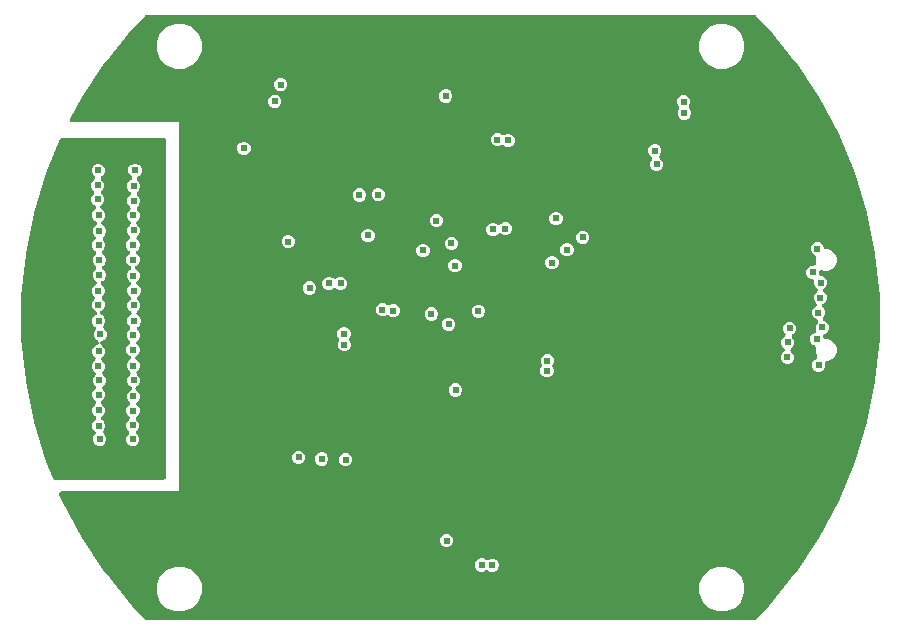
<source format=gbr>
G04 EAGLE Gerber RS-274X export*
G75*
%MOMM*%
%FSLAX34Y34*%
%LPD*%
%INCopper Layer 2*%
%IPPOS*%
%AMOC8*
5,1,8,0,0,1.08239X$1,22.5*%
G01*
%ADD10C,0.610000*%

G36*
X777500Y4008D02*
X777500Y4008D01*
X777570Y4006D01*
X777698Y4028D01*
X777828Y4041D01*
X777895Y4061D01*
X777964Y4073D01*
X778085Y4120D01*
X778210Y4159D01*
X778271Y4192D01*
X778336Y4218D01*
X778445Y4288D01*
X778560Y4350D01*
X778614Y4396D01*
X778672Y4433D01*
X778842Y4588D01*
X778865Y4608D01*
X778870Y4614D01*
X778878Y4621D01*
X789447Y15722D01*
X789478Y15761D01*
X789544Y15832D01*
X812062Y43270D01*
X812094Y43317D01*
X812179Y43427D01*
X831899Y72941D01*
X831926Y72991D01*
X832000Y73109D01*
X848732Y104413D01*
X848754Y104465D01*
X848816Y104590D01*
X862399Y137383D01*
X862416Y137438D01*
X862465Y137568D01*
X872769Y171535D01*
X872780Y171590D01*
X872817Y171725D01*
X879742Y206538D01*
X879747Y206595D01*
X879770Y206732D01*
X883249Y242056D01*
X883249Y242113D01*
X883259Y242252D01*
X883259Y277748D01*
X883253Y277804D01*
X883249Y277944D01*
X879770Y313268D01*
X879759Y313323D01*
X879742Y313462D01*
X872817Y348275D01*
X872808Y348302D01*
X872805Y348328D01*
X872791Y348368D01*
X872769Y348465D01*
X862465Y382432D01*
X862444Y382484D01*
X862399Y382617D01*
X848816Y415410D01*
X848789Y415460D01*
X848732Y415587D01*
X832000Y446891D01*
X831968Y446939D01*
X831899Y447059D01*
X812179Y476572D01*
X812143Y476616D01*
X812062Y476730D01*
X789544Y504168D01*
X789508Y504204D01*
X789447Y504278D01*
X778878Y515379D01*
X778825Y515424D01*
X778779Y515476D01*
X778674Y515554D01*
X778576Y515639D01*
X778515Y515673D01*
X778458Y515715D01*
X778341Y515770D01*
X778227Y515834D01*
X778160Y515855D01*
X778097Y515885D01*
X777970Y515916D01*
X777846Y515956D01*
X777777Y515963D01*
X777709Y515980D01*
X777480Y515996D01*
X777449Y515999D01*
X777442Y515998D01*
X777431Y515999D01*
X262569Y515999D01*
X262500Y515992D01*
X262430Y515994D01*
X262302Y515972D01*
X262172Y515959D01*
X262105Y515939D01*
X262036Y515927D01*
X261915Y515880D01*
X261790Y515841D01*
X261729Y515808D01*
X261664Y515782D01*
X261554Y515712D01*
X261440Y515650D01*
X261387Y515605D01*
X261328Y515567D01*
X261158Y515412D01*
X261135Y515392D01*
X261130Y515386D01*
X261122Y515379D01*
X250553Y504278D01*
X250522Y504238D01*
X250456Y504168D01*
X227938Y476730D01*
X227906Y476683D01*
X227821Y476572D01*
X208101Y447059D01*
X208074Y447009D01*
X208000Y446891D01*
X197963Y428112D01*
X197914Y427995D01*
X197858Y427882D01*
X197839Y427811D01*
X197810Y427743D01*
X197786Y427619D01*
X197753Y427497D01*
X197749Y427423D01*
X197735Y427350D01*
X197736Y427224D01*
X197728Y427098D01*
X197738Y427025D01*
X197738Y426951D01*
X197765Y426828D01*
X197782Y426703D01*
X197806Y426633D01*
X197822Y426560D01*
X197872Y426445D01*
X197913Y426325D01*
X197951Y426262D01*
X197981Y426194D01*
X198053Y426091D01*
X198117Y425982D01*
X198167Y425927D01*
X198209Y425867D01*
X198301Y425780D01*
X198385Y425686D01*
X198445Y425642D01*
X198499Y425591D01*
X198605Y425524D01*
X198707Y425449D01*
X198774Y425418D01*
X198837Y425379D01*
X198955Y425334D01*
X199069Y425281D01*
X199141Y425264D01*
X199211Y425238D01*
X199335Y425218D01*
X199458Y425188D01*
X199555Y425182D01*
X199605Y425174D01*
X199652Y425176D01*
X199737Y425170D01*
X288484Y425652D01*
X290385Y425652D01*
X290385Y113345D01*
X289884Y112843D01*
X190758Y112843D01*
X190735Y112841D01*
X190712Y112843D01*
X190536Y112821D01*
X190360Y112803D01*
X190338Y112797D01*
X190316Y112794D01*
X190148Y112738D01*
X189979Y112685D01*
X189959Y112674D01*
X189937Y112667D01*
X189784Y112579D01*
X189628Y112494D01*
X189611Y112479D01*
X189591Y112468D01*
X189458Y112350D01*
X189323Y112236D01*
X189309Y112219D01*
X189292Y112203D01*
X189184Y112062D01*
X189075Y111923D01*
X189064Y111903D01*
X189051Y111885D01*
X188974Y111725D01*
X188894Y111567D01*
X188888Y111545D01*
X188878Y111525D01*
X188834Y111353D01*
X188787Y111182D01*
X188785Y111160D01*
X188780Y111138D01*
X188772Y110960D01*
X188759Y110784D01*
X188762Y110761D01*
X188761Y110739D01*
X188788Y110563D01*
X188811Y110388D01*
X188818Y110366D01*
X188822Y110344D01*
X188910Y110079D01*
X191184Y104590D01*
X191211Y104540D01*
X191268Y104413D01*
X208000Y73109D01*
X208032Y73061D01*
X208101Y72941D01*
X227821Y43428D01*
X227857Y43384D01*
X227938Y43270D01*
X250456Y15832D01*
X250492Y15796D01*
X250553Y15722D01*
X261122Y4621D01*
X261175Y4576D01*
X261221Y4524D01*
X261326Y4446D01*
X261424Y4361D01*
X261485Y4327D01*
X261542Y4285D01*
X261659Y4230D01*
X261773Y4166D01*
X261840Y4145D01*
X261903Y4115D01*
X262030Y4084D01*
X262154Y4044D01*
X262223Y4037D01*
X262291Y4020D01*
X262520Y4004D01*
X262551Y4001D01*
X262558Y4002D01*
X262569Y4001D01*
X777431Y4001D01*
X777500Y4008D01*
G37*
G36*
X277239Y122840D02*
X277239Y122840D01*
X277269Y122838D01*
X277437Y122860D01*
X277606Y122877D01*
X277635Y122886D01*
X277665Y122890D01*
X277825Y122945D01*
X277988Y122995D01*
X278014Y123009D01*
X278043Y123019D01*
X278189Y123105D01*
X278338Y123186D01*
X278361Y123206D01*
X278387Y123221D01*
X278514Y123334D01*
X278643Y123444D01*
X278662Y123468D01*
X278685Y123488D01*
X278786Y123624D01*
X278892Y123757D01*
X278905Y123784D01*
X278923Y123808D01*
X278996Y123961D01*
X279073Y124113D01*
X279081Y124142D01*
X279094Y124170D01*
X279134Y124335D01*
X279179Y124498D01*
X279181Y124528D01*
X279188Y124558D01*
X279208Y124836D01*
X279208Y410006D01*
X279206Y410021D01*
X279208Y410036D01*
X279186Y410220D01*
X279168Y410404D01*
X279164Y410418D01*
X279162Y410433D01*
X279105Y410608D01*
X279050Y410785D01*
X279043Y410798D01*
X279038Y410813D01*
X278947Y410973D01*
X278858Y411136D01*
X278848Y411147D01*
X278841Y411160D01*
X278720Y411300D01*
X278601Y411441D01*
X278589Y411450D01*
X278579Y411462D01*
X278432Y411575D01*
X278288Y411689D01*
X278274Y411696D01*
X278262Y411705D01*
X278097Y411786D01*
X277932Y411870D01*
X277917Y411874D01*
X277904Y411881D01*
X277725Y411927D01*
X277547Y411977D01*
X277532Y411978D01*
X277517Y411981D01*
X277333Y411992D01*
X277148Y412004D01*
X277133Y412003D01*
X277118Y412003D01*
X276936Y411977D01*
X276752Y411953D01*
X276738Y411948D01*
X276723Y411946D01*
X276607Y411904D01*
X191113Y412008D01*
X191075Y412004D01*
X191035Y412007D01*
X190876Y411985D01*
X190716Y411969D01*
X190678Y411957D01*
X190640Y411952D01*
X190488Y411898D01*
X190334Y411851D01*
X190300Y411832D01*
X190263Y411819D01*
X190125Y411737D01*
X189983Y411660D01*
X189953Y411635D01*
X189920Y411615D01*
X189801Y411507D01*
X189678Y411403D01*
X189653Y411372D01*
X189625Y411346D01*
X189530Y411216D01*
X189429Y411090D01*
X189411Y411055D01*
X189388Y411024D01*
X189264Y410774D01*
X177601Y382617D01*
X177584Y382562D01*
X177535Y382432D01*
X167231Y348465D01*
X167220Y348410D01*
X167183Y348275D01*
X160258Y313462D01*
X160253Y313405D01*
X160230Y313268D01*
X156751Y277944D01*
X156751Y277887D01*
X156741Y277748D01*
X156741Y242252D01*
X156747Y242196D01*
X156751Y242056D01*
X160230Y206732D01*
X160241Y206677D01*
X160258Y206538D01*
X167183Y171725D01*
X167200Y171671D01*
X167231Y171535D01*
X177535Y137568D01*
X177556Y137516D01*
X177601Y137383D01*
X183115Y124071D01*
X183133Y124038D01*
X183145Y124002D01*
X183227Y123862D01*
X183304Y123719D01*
X183328Y123690D01*
X183347Y123657D01*
X183455Y123537D01*
X183559Y123412D01*
X183588Y123388D01*
X183614Y123360D01*
X183744Y123263D01*
X183870Y123161D01*
X183904Y123144D01*
X183934Y123121D01*
X184080Y123052D01*
X184225Y122978D01*
X184261Y122967D01*
X184295Y122951D01*
X184453Y122913D01*
X184609Y122868D01*
X184647Y122865D01*
X184683Y122856D01*
X184962Y122837D01*
X277209Y122837D01*
X277239Y122840D01*
G37*
%LPC*%
G36*
X249950Y151182D02*
X249950Y151182D01*
X247896Y152033D01*
X246323Y153606D01*
X245472Y155661D01*
X245472Y157885D01*
X246323Y159940D01*
X247564Y161181D01*
X247583Y161204D01*
X247606Y161224D01*
X247710Y161359D01*
X247817Y161490D01*
X247831Y161517D01*
X247850Y161541D01*
X247924Y161693D01*
X248003Y161843D01*
X248012Y161873D01*
X248025Y161900D01*
X248068Y162063D01*
X248116Y162227D01*
X248118Y162257D01*
X248126Y162286D01*
X248135Y162455D01*
X248149Y162625D01*
X248146Y162655D01*
X248148Y162685D01*
X248123Y162853D01*
X248104Y163022D01*
X248094Y163050D01*
X248090Y163080D01*
X248032Y163240D01*
X247980Y163401D01*
X247965Y163428D01*
X247955Y163456D01*
X247867Y163601D01*
X247783Y163749D01*
X247763Y163772D01*
X247747Y163798D01*
X247564Y164008D01*
X246115Y165457D01*
X245264Y167512D01*
X245264Y169736D01*
X246115Y171791D01*
X247928Y173604D01*
X247947Y173628D01*
X247970Y173648D01*
X248073Y173782D01*
X248181Y173913D01*
X248195Y173940D01*
X248213Y173964D01*
X248288Y174117D01*
X248367Y174267D01*
X248376Y174296D01*
X248389Y174323D01*
X248432Y174487D01*
X248479Y174650D01*
X248482Y174680D01*
X248490Y174710D01*
X248499Y174878D01*
X248513Y175048D01*
X248510Y175078D01*
X248511Y175108D01*
X248487Y175276D01*
X248467Y175445D01*
X248458Y175474D01*
X248454Y175504D01*
X248396Y175664D01*
X248344Y175825D01*
X248329Y175851D01*
X248318Y175879D01*
X248230Y176024D01*
X248147Y176172D01*
X248127Y176195D01*
X248111Y176221D01*
X247928Y176432D01*
X246427Y177933D01*
X245576Y179988D01*
X245576Y182212D01*
X246427Y184267D01*
X248096Y185936D01*
X248115Y185959D01*
X248138Y185979D01*
X248241Y186113D01*
X248349Y186245D01*
X248363Y186272D01*
X248381Y186296D01*
X248456Y186448D01*
X248535Y186598D01*
X248544Y186627D01*
X248557Y186654D01*
X248600Y186818D01*
X248647Y186982D01*
X248650Y187012D01*
X248658Y187041D01*
X248667Y187210D01*
X248681Y187380D01*
X248678Y187410D01*
X248680Y187440D01*
X248655Y187607D01*
X248635Y187776D01*
X248626Y187805D01*
X248622Y187835D01*
X248564Y187994D01*
X248512Y188156D01*
X248497Y188182D01*
X248486Y188211D01*
X248399Y188356D01*
X248315Y188504D01*
X248295Y188526D01*
X248279Y188552D01*
X248096Y188763D01*
X246832Y190027D01*
X245981Y192082D01*
X245981Y194306D01*
X246832Y196361D01*
X248405Y197933D01*
X249052Y198201D01*
X249065Y198208D01*
X249080Y198213D01*
X249240Y198303D01*
X249404Y198390D01*
X249415Y198400D01*
X249429Y198407D01*
X249569Y198527D01*
X249711Y198645D01*
X249720Y198657D01*
X249732Y198667D01*
X249846Y198812D01*
X249961Y198956D01*
X249968Y198970D01*
X249978Y198982D01*
X250060Y199146D01*
X250145Y199311D01*
X250149Y199326D01*
X250156Y199339D01*
X250204Y199517D01*
X250255Y199695D01*
X250256Y199711D01*
X250260Y199725D01*
X250271Y199908D01*
X250285Y200094D01*
X250284Y200109D01*
X250284Y200124D01*
X250259Y200306D01*
X250237Y200490D01*
X250232Y200504D01*
X250230Y200519D01*
X250169Y200693D01*
X250110Y200869D01*
X250102Y200882D01*
X250097Y200896D01*
X250002Y201056D01*
X249910Y201215D01*
X249900Y201226D01*
X249893Y201239D01*
X249768Y201376D01*
X249646Y201514D01*
X249634Y201523D01*
X249624Y201535D01*
X249475Y201644D01*
X249328Y201755D01*
X249314Y201762D01*
X249302Y201771D01*
X249052Y201895D01*
X248665Y202056D01*
X247092Y203628D01*
X246241Y205683D01*
X246241Y207907D01*
X247092Y209962D01*
X248515Y211385D01*
X248530Y211403D01*
X248547Y211418D01*
X248656Y211558D01*
X248768Y211695D01*
X248779Y211715D01*
X248793Y211733D01*
X248872Y211891D01*
X248954Y212048D01*
X248961Y212070D01*
X248971Y212090D01*
X249017Y212261D01*
X249067Y212431D01*
X249069Y212454D01*
X249075Y212476D01*
X249086Y212653D01*
X249101Y212829D01*
X249098Y212852D01*
X249100Y212875D01*
X249075Y213050D01*
X249055Y213226D01*
X249048Y213248D01*
X249045Y213270D01*
X248986Y213438D01*
X248931Y213606D01*
X248920Y213626D01*
X248912Y213647D01*
X248821Y213799D01*
X248734Y213953D01*
X248719Y213971D01*
X248708Y213990D01*
X248589Y214121D01*
X248472Y214255D01*
X248454Y214269D01*
X248439Y214286D01*
X248296Y214390D01*
X248252Y214424D01*
X246572Y216104D01*
X245721Y218158D01*
X245721Y220383D01*
X246572Y222437D01*
X248145Y224010D01*
X248305Y224076D01*
X248318Y224083D01*
X248333Y224088D01*
X248494Y224178D01*
X248657Y224265D01*
X248669Y224275D01*
X248682Y224282D01*
X248821Y224402D01*
X248964Y224520D01*
X248974Y224532D01*
X248985Y224542D01*
X249098Y224687D01*
X249215Y224831D01*
X249222Y224845D01*
X249231Y224857D01*
X249313Y225023D01*
X249398Y225186D01*
X249402Y225201D01*
X249409Y225214D01*
X249457Y225393D01*
X249508Y225570D01*
X249509Y225585D01*
X249513Y225600D01*
X249524Y225784D01*
X249539Y225969D01*
X249537Y225984D01*
X249538Y225999D01*
X249512Y226181D01*
X249490Y226365D01*
X249485Y226379D01*
X249483Y226394D01*
X249421Y226569D01*
X249363Y226744D01*
X249355Y226757D01*
X249350Y226771D01*
X249255Y226931D01*
X249164Y227090D01*
X249154Y227101D01*
X249146Y227114D01*
X249021Y227252D01*
X248899Y227389D01*
X248887Y227398D01*
X248877Y227410D01*
X248728Y227519D01*
X248581Y227630D01*
X248567Y227637D01*
X248555Y227646D01*
X248305Y227770D01*
X248058Y227873D01*
X246486Y229445D01*
X245635Y231500D01*
X245635Y233724D01*
X246486Y235779D01*
X248186Y237479D01*
X248205Y237503D01*
X248228Y237523D01*
X248331Y237657D01*
X248439Y237789D01*
X248453Y237815D01*
X248471Y237839D01*
X248546Y237992D01*
X248625Y238142D01*
X248634Y238171D01*
X248647Y238198D01*
X248690Y238362D01*
X248738Y238525D01*
X248740Y238556D01*
X248748Y238585D01*
X248757Y238753D01*
X248771Y238923D01*
X248768Y238954D01*
X248770Y238984D01*
X248745Y239151D01*
X248726Y239320D01*
X248716Y239349D01*
X248712Y239379D01*
X248654Y239538D01*
X248602Y239700D01*
X248587Y239726D01*
X248576Y239755D01*
X248489Y239899D01*
X248405Y240047D01*
X248385Y240070D01*
X248369Y240096D01*
X248186Y240307D01*
X246659Y241834D01*
X245808Y243889D01*
X245808Y246113D01*
X246659Y248168D01*
X248489Y249998D01*
X248508Y250021D01*
X248531Y250041D01*
X248634Y250176D01*
X248742Y250307D01*
X248756Y250334D01*
X248775Y250358D01*
X248849Y250510D01*
X248928Y250661D01*
X248937Y250690D01*
X248950Y250717D01*
X248993Y250881D01*
X249041Y251044D01*
X249043Y251074D01*
X249051Y251103D01*
X249060Y251272D01*
X249075Y251442D01*
X249071Y251472D01*
X249073Y251502D01*
X249048Y251670D01*
X249029Y251839D01*
X249019Y251867D01*
X249015Y251897D01*
X248957Y252058D01*
X248905Y252218D01*
X248890Y252245D01*
X248880Y252273D01*
X248792Y252418D01*
X248708Y252566D01*
X248688Y252589D01*
X248672Y252615D01*
X248489Y252825D01*
X247352Y253963D01*
X246501Y256018D01*
X246501Y258242D01*
X247352Y260297D01*
X248977Y261921D01*
X249079Y261976D01*
X249091Y261986D01*
X249104Y261994D01*
X249244Y262113D01*
X249387Y262232D01*
X249396Y262243D01*
X249408Y262253D01*
X249521Y262398D01*
X249637Y262543D01*
X249644Y262556D01*
X249653Y262568D01*
X249735Y262733D01*
X249821Y262897D01*
X249825Y262912D01*
X249832Y262926D01*
X249880Y263104D01*
X249930Y263282D01*
X249931Y263297D01*
X249935Y263311D01*
X249947Y263495D01*
X249961Y263680D01*
X249959Y263695D01*
X249960Y263710D01*
X249935Y263892D01*
X249912Y264076D01*
X249907Y264091D01*
X249905Y264106D01*
X249844Y264279D01*
X249786Y264455D01*
X249778Y264468D01*
X249773Y264483D01*
X249679Y264641D01*
X249586Y264801D01*
X249576Y264813D01*
X249568Y264826D01*
X249445Y264961D01*
X249322Y265101D01*
X249310Y265110D01*
X249299Y265121D01*
X249151Y265230D01*
X249003Y265342D01*
X248990Y265348D01*
X248977Y265357D01*
X248755Y265468D01*
X247179Y267044D01*
X246328Y269099D01*
X246328Y271323D01*
X247179Y273378D01*
X248919Y275119D01*
X248938Y275142D01*
X248961Y275162D01*
X249064Y275296D01*
X249172Y275428D01*
X249186Y275455D01*
X249204Y275479D01*
X249279Y275631D01*
X249358Y275781D01*
X249367Y275810D01*
X249380Y275837D01*
X249423Y276001D01*
X249470Y276164D01*
X249473Y276195D01*
X249481Y276224D01*
X249490Y276393D01*
X249504Y276562D01*
X249501Y276593D01*
X249503Y276623D01*
X249478Y276791D01*
X249458Y276959D01*
X249449Y276988D01*
X249445Y277018D01*
X249387Y277178D01*
X249335Y277339D01*
X249320Y277365D01*
X249309Y277394D01*
X249222Y277539D01*
X249138Y277686D01*
X249118Y277709D01*
X249102Y277735D01*
X248919Y277946D01*
X247311Y279554D01*
X246459Y281609D01*
X246459Y283833D01*
X247311Y285888D01*
X248768Y287346D01*
X248782Y287363D01*
X248800Y287378D01*
X248909Y287518D01*
X249021Y287655D01*
X249031Y287675D01*
X249045Y287693D01*
X249125Y287852D01*
X249207Y288008D01*
X249213Y288030D01*
X249224Y288050D01*
X249270Y288221D01*
X249319Y288391D01*
X249321Y288414D01*
X249327Y288436D01*
X249338Y288613D01*
X249353Y288789D01*
X249351Y288812D01*
X249352Y288835D01*
X249328Y289011D01*
X249307Y289186D01*
X249300Y289208D01*
X249297Y289230D01*
X249238Y289398D01*
X249184Y289566D01*
X249172Y289586D01*
X249165Y289607D01*
X249074Y289759D01*
X248987Y289913D01*
X248972Y289931D01*
X248960Y289950D01*
X248841Y290081D01*
X248725Y290215D01*
X248707Y290229D01*
X248691Y290246D01*
X248549Y290350D01*
X248408Y290458D01*
X248388Y290468D01*
X248369Y290482D01*
X248119Y290606D01*
X248104Y290613D01*
X246531Y292186D01*
X245680Y294240D01*
X245680Y296465D01*
X246531Y298519D01*
X248103Y300092D01*
X248464Y300241D01*
X248477Y300249D01*
X248492Y300253D01*
X248653Y300343D01*
X248816Y300430D01*
X248827Y300440D01*
X248841Y300447D01*
X248981Y300567D01*
X249123Y300685D01*
X249133Y300697D01*
X249144Y300707D01*
X249258Y300852D01*
X249374Y300997D01*
X249381Y301010D01*
X249390Y301022D01*
X249472Y301188D01*
X249557Y301351D01*
X249561Y301366D01*
X249568Y301379D01*
X249616Y301558D01*
X249667Y301735D01*
X249668Y301751D01*
X249672Y301765D01*
X249683Y301948D01*
X249698Y302134D01*
X249696Y302149D01*
X249697Y302164D01*
X249671Y302346D01*
X249649Y302530D01*
X249644Y302544D01*
X249642Y302559D01*
X249581Y302734D01*
X249522Y302909D01*
X249514Y302922D01*
X249509Y302936D01*
X249414Y303095D01*
X249322Y303255D01*
X249312Y303266D01*
X249305Y303279D01*
X249180Y303416D01*
X249058Y303554D01*
X249046Y303563D01*
X249036Y303575D01*
X248887Y303684D01*
X248740Y303795D01*
X248726Y303802D01*
X248714Y303811D01*
X248464Y303935D01*
X248000Y304128D01*
X246427Y305701D01*
X245576Y307755D01*
X245576Y309979D01*
X246427Y312034D01*
X248188Y313795D01*
X248207Y313819D01*
X248230Y313839D01*
X248333Y313973D01*
X248441Y314105D01*
X248455Y314131D01*
X248473Y314155D01*
X248548Y314308D01*
X248627Y314458D01*
X248636Y314487D01*
X248649Y314514D01*
X248692Y314678D01*
X248739Y314841D01*
X248742Y314871D01*
X248750Y314901D01*
X248759Y315069D01*
X248773Y315239D01*
X248770Y315269D01*
X248771Y315299D01*
X248747Y315467D01*
X248727Y315636D01*
X248718Y315665D01*
X248714Y315695D01*
X248656Y315855D01*
X248604Y316016D01*
X248589Y316042D01*
X248578Y316071D01*
X248491Y316215D01*
X248407Y316363D01*
X248387Y316386D01*
X248371Y316412D01*
X248188Y316623D01*
X246427Y318384D01*
X245576Y320439D01*
X245576Y322663D01*
X246427Y324718D01*
X248188Y326479D01*
X248207Y326502D01*
X248230Y326522D01*
X248333Y326656D01*
X248441Y326788D01*
X248455Y326815D01*
X248473Y326839D01*
X248548Y326991D01*
X248627Y327141D01*
X248636Y327170D01*
X248649Y327197D01*
X248691Y327361D01*
X248739Y327524D01*
X248742Y327555D01*
X248750Y327584D01*
X248759Y327753D01*
X248773Y327922D01*
X248770Y327953D01*
X248771Y327983D01*
X248747Y328150D01*
X248727Y328319D01*
X248718Y328348D01*
X248714Y328378D01*
X248656Y328537D01*
X248603Y328699D01*
X248589Y328725D01*
X248578Y328754D01*
X248490Y328899D01*
X248407Y329046D01*
X248387Y329069D01*
X248371Y329095D01*
X248188Y329306D01*
X246947Y330547D01*
X246096Y332602D01*
X246096Y334826D01*
X246947Y336881D01*
X248712Y338647D01*
X248727Y338665D01*
X248745Y338680D01*
X248853Y338819D01*
X248965Y338956D01*
X248976Y338976D01*
X248990Y338995D01*
X249069Y339153D01*
X249151Y339309D01*
X249158Y339331D01*
X249168Y339352D01*
X249214Y339523D01*
X249264Y339692D01*
X249266Y339716D01*
X249272Y339738D01*
X249283Y339914D01*
X249298Y340090D01*
X249295Y340114D01*
X249296Y340137D01*
X249272Y340312D01*
X249252Y340487D01*
X249245Y340509D01*
X249241Y340532D01*
X249183Y340699D01*
X249128Y340867D01*
X249116Y340887D01*
X249109Y340909D01*
X249018Y341061D01*
X248931Y341214D01*
X248916Y341232D01*
X248904Y341252D01*
X248785Y341382D01*
X248669Y341516D01*
X248651Y341530D01*
X248635Y341547D01*
X248615Y341562D01*
X246843Y343334D01*
X245992Y345389D01*
X245992Y347613D01*
X246843Y349668D01*
X248516Y351342D01*
X248524Y351351D01*
X248533Y351358D01*
X248544Y351372D01*
X248558Y351385D01*
X248662Y351519D01*
X248769Y351651D01*
X248778Y351668D01*
X248781Y351671D01*
X248785Y351681D01*
X248802Y351702D01*
X248876Y351854D01*
X248955Y352004D01*
X248964Y352034D01*
X248977Y352061D01*
X249020Y352224D01*
X249068Y352388D01*
X249070Y352418D01*
X249078Y352447D01*
X249087Y352616D01*
X249102Y352786D01*
X249098Y352816D01*
X249100Y352846D01*
X249075Y353013D01*
X249056Y353182D01*
X249046Y353211D01*
X249042Y353241D01*
X248985Y353401D01*
X248932Y353562D01*
X248917Y353589D01*
X248907Y353617D01*
X248819Y353762D01*
X248735Y353910D01*
X248715Y353933D01*
X248700Y353958D01*
X248516Y354169D01*
X247153Y355533D01*
X246302Y357588D01*
X246302Y359812D01*
X247153Y361867D01*
X248935Y363649D01*
X248954Y363673D01*
X248977Y363692D01*
X249080Y363826D01*
X249188Y363958D01*
X249202Y363985D01*
X249221Y364009D01*
X249295Y364161D01*
X249374Y364312D01*
X249383Y364341D01*
X249396Y364368D01*
X249439Y364532D01*
X249487Y364695D01*
X249489Y364725D01*
X249497Y364754D01*
X249506Y364923D01*
X249521Y365093D01*
X249517Y365123D01*
X249519Y365153D01*
X249494Y365321D01*
X249475Y365490D01*
X249465Y365518D01*
X249461Y365548D01*
X249403Y365708D01*
X249351Y365869D01*
X249336Y365896D01*
X249326Y365924D01*
X249238Y366069D01*
X249154Y366217D01*
X249134Y366240D01*
X249118Y366266D01*
X248935Y366476D01*
X247153Y368259D01*
X246302Y370314D01*
X246302Y372538D01*
X247153Y374593D01*
X248725Y376165D01*
X249404Y376446D01*
X249424Y376457D01*
X249445Y376464D01*
X249600Y376552D01*
X249756Y376635D01*
X249773Y376650D01*
X249793Y376661D01*
X249926Y376777D01*
X250063Y376890D01*
X250077Y376908D01*
X250094Y376923D01*
X250202Y377063D01*
X250314Y377202D01*
X250324Y377222D01*
X250338Y377240D01*
X250415Y377399D01*
X250497Y377556D01*
X250503Y377578D01*
X250513Y377599D01*
X250558Y377769D01*
X250607Y377940D01*
X250608Y377963D01*
X250614Y377985D01*
X250624Y378161D01*
X250637Y378339D01*
X250635Y378361D01*
X250636Y378384D01*
X250610Y378559D01*
X250589Y378735D01*
X250581Y378756D01*
X250578Y378779D01*
X250518Y378946D01*
X250462Y379114D01*
X250450Y379134D01*
X250443Y379155D01*
X250351Y379306D01*
X250262Y379460D01*
X250247Y379477D01*
X250236Y379496D01*
X250052Y379707D01*
X248213Y381546D01*
X247362Y383601D01*
X247362Y385825D01*
X248213Y387880D01*
X249786Y389453D01*
X251841Y390304D01*
X254065Y390304D01*
X256120Y389453D01*
X257692Y387880D01*
X258544Y385825D01*
X258544Y383601D01*
X257692Y381546D01*
X256120Y379974D01*
X255441Y379693D01*
X255421Y379682D01*
X255400Y379675D01*
X255245Y379587D01*
X255089Y379504D01*
X255072Y379489D01*
X255052Y379478D01*
X254919Y379362D01*
X254782Y379249D01*
X254768Y379231D01*
X254751Y379216D01*
X254643Y379076D01*
X254532Y378937D01*
X254521Y378917D01*
X254507Y378899D01*
X254430Y378740D01*
X254348Y378583D01*
X254342Y378561D01*
X254332Y378540D01*
X254287Y378370D01*
X254239Y378199D01*
X254237Y378176D01*
X254231Y378154D01*
X254221Y377978D01*
X254208Y377800D01*
X254210Y377778D01*
X254209Y377755D01*
X254235Y377580D01*
X254257Y377404D01*
X254264Y377382D01*
X254267Y377360D01*
X254327Y377193D01*
X254383Y377025D01*
X254395Y377005D01*
X254402Y376984D01*
X254494Y376833D01*
X254583Y376679D01*
X254598Y376662D01*
X254610Y376643D01*
X254793Y376432D01*
X256632Y374593D01*
X257483Y372538D01*
X257483Y370314D01*
X256632Y368259D01*
X254849Y366476D01*
X254830Y366453D01*
X254807Y366433D01*
X254704Y366299D01*
X254597Y366167D01*
X254582Y366140D01*
X254564Y366116D01*
X254490Y365964D01*
X254410Y365814D01*
X254402Y365785D01*
X254389Y365758D01*
X254346Y365594D01*
X254298Y365431D01*
X254295Y365400D01*
X254288Y365371D01*
X254279Y365202D01*
X254264Y365033D01*
X254268Y365002D01*
X254266Y364972D01*
X254291Y364804D01*
X254310Y364636D01*
X254319Y364607D01*
X254324Y364577D01*
X254381Y364417D01*
X254434Y364256D01*
X254449Y364230D01*
X254459Y364201D01*
X254547Y364057D01*
X254631Y363909D01*
X254651Y363886D01*
X254666Y363860D01*
X254849Y363649D01*
X256632Y361867D01*
X257483Y359812D01*
X257483Y357588D01*
X256632Y355533D01*
X254958Y353859D01*
X254939Y353836D01*
X254916Y353816D01*
X254813Y353681D01*
X254705Y353550D01*
X254691Y353523D01*
X254673Y353499D01*
X254598Y353347D01*
X254519Y353197D01*
X254511Y353167D01*
X254497Y353140D01*
X254455Y352977D01*
X254407Y352813D01*
X254404Y352783D01*
X254397Y352754D01*
X254387Y352585D01*
X254373Y352415D01*
X254376Y352385D01*
X254375Y352355D01*
X254399Y352188D01*
X254419Y352019D01*
X254428Y351990D01*
X254433Y351960D01*
X254490Y351800D01*
X254543Y351639D01*
X254558Y351612D01*
X254568Y351584D01*
X254656Y351439D01*
X254739Y351291D01*
X254759Y351268D01*
X254775Y351243D01*
X254958Y351032D01*
X256322Y349668D01*
X257173Y347613D01*
X257173Y345389D01*
X256322Y343334D01*
X254556Y341569D01*
X254541Y341551D01*
X254524Y341535D01*
X254416Y341397D01*
X254303Y341259D01*
X254293Y341239D01*
X254278Y341220D01*
X254200Y341063D01*
X254117Y340906D01*
X254111Y340884D01*
X254100Y340863D01*
X254055Y340693D01*
X254005Y340523D01*
X254003Y340500D01*
X253997Y340477D01*
X253986Y340301D01*
X253971Y340125D01*
X253974Y340102D01*
X253972Y340078D01*
X253996Y339904D01*
X254017Y339728D01*
X254024Y339706D01*
X254027Y339683D01*
X254086Y339516D01*
X254141Y339348D01*
X254152Y339328D01*
X254160Y339306D01*
X254250Y339154D01*
X254337Y339001D01*
X254353Y338983D01*
X254365Y338963D01*
X254483Y338833D01*
X254600Y338699D01*
X254618Y338685D01*
X254634Y338668D01*
X254653Y338654D01*
X256426Y336881D01*
X257277Y334826D01*
X257277Y332602D01*
X256426Y330547D01*
X254665Y328786D01*
X254646Y328763D01*
X254623Y328743D01*
X254519Y328608D01*
X254412Y328477D01*
X254398Y328450D01*
X254379Y328426D01*
X254305Y328273D01*
X254226Y328124D01*
X254217Y328095D01*
X254204Y328067D01*
X254161Y327903D01*
X254113Y327740D01*
X254111Y327710D01*
X254103Y327681D01*
X254094Y327512D01*
X254079Y327342D01*
X254083Y327312D01*
X254081Y327282D01*
X254106Y327114D01*
X254125Y326946D01*
X254135Y326917D01*
X254139Y326887D01*
X254197Y326727D01*
X254249Y326566D01*
X254264Y326540D01*
X254274Y326511D01*
X254362Y326366D01*
X254446Y326218D01*
X254466Y326195D01*
X254482Y326170D01*
X254665Y325959D01*
X255906Y324718D01*
X256757Y322663D01*
X256757Y320439D01*
X255906Y318384D01*
X254145Y316623D01*
X254126Y316599D01*
X254103Y316579D01*
X254000Y316445D01*
X253892Y316313D01*
X253878Y316287D01*
X253860Y316263D01*
X253785Y316110D01*
X253706Y315960D01*
X253697Y315931D01*
X253684Y315904D01*
X253641Y315740D01*
X253594Y315577D01*
X253591Y315547D01*
X253583Y315517D01*
X253574Y315349D01*
X253560Y315179D01*
X253563Y315149D01*
X253562Y315119D01*
X253586Y314951D01*
X253606Y314782D01*
X253615Y314753D01*
X253619Y314723D01*
X253677Y314563D01*
X253729Y314402D01*
X253744Y314376D01*
X253755Y314348D01*
X253842Y314203D01*
X253926Y314055D01*
X253946Y314032D01*
X253962Y314006D01*
X254145Y313795D01*
X255906Y312034D01*
X256757Y309979D01*
X256757Y307755D01*
X255906Y305701D01*
X254333Y304128D01*
X253973Y303979D01*
X253960Y303971D01*
X253945Y303967D01*
X253783Y303877D01*
X253621Y303790D01*
X253610Y303780D01*
X253596Y303773D01*
X253456Y303652D01*
X253314Y303534D01*
X253304Y303523D01*
X253293Y303513D01*
X253179Y303367D01*
X253063Y303223D01*
X253056Y303210D01*
X253047Y303198D01*
X252964Y303032D01*
X252880Y302869D01*
X252876Y302854D01*
X252869Y302840D01*
X252821Y302662D01*
X252770Y302485D01*
X252769Y302469D01*
X252765Y302455D01*
X252754Y302272D01*
X252739Y302086D01*
X252741Y302071D01*
X252740Y302056D01*
X252765Y301874D01*
X252788Y301690D01*
X252793Y301675D01*
X252795Y301660D01*
X252856Y301486D01*
X252915Y301311D01*
X252922Y301298D01*
X252928Y301284D01*
X253022Y301125D01*
X253114Y300965D01*
X253124Y300954D01*
X253132Y300941D01*
X253257Y300804D01*
X253379Y300666D01*
X253391Y300656D01*
X253401Y300645D01*
X253550Y300536D01*
X253697Y300425D01*
X253711Y300418D01*
X253723Y300409D01*
X253973Y300284D01*
X254437Y300092D01*
X256010Y298519D01*
X256861Y296465D01*
X256861Y294240D01*
X256010Y292186D01*
X254553Y290728D01*
X254538Y290711D01*
X254521Y290696D01*
X254411Y290555D01*
X254300Y290419D01*
X254289Y290399D01*
X254275Y290381D01*
X254196Y290222D01*
X254113Y290066D01*
X254107Y290044D01*
X254097Y290024D01*
X254051Y289852D01*
X254001Y289682D01*
X253999Y289660D01*
X253993Y289638D01*
X253982Y289461D01*
X253967Y289284D01*
X253970Y289262D01*
X253968Y289239D01*
X253993Y289063D01*
X254013Y288888D01*
X254020Y288866D01*
X254023Y288844D01*
X254082Y288676D01*
X254137Y288508D01*
X254148Y288488D01*
X254156Y288467D01*
X254246Y288315D01*
X254334Y288160D01*
X254349Y288143D01*
X254360Y288124D01*
X254479Y287993D01*
X254596Y287859D01*
X254614Y287845D01*
X254629Y287828D01*
X254772Y287723D01*
X254913Y287615D01*
X254933Y287605D01*
X254951Y287592D01*
X255201Y287467D01*
X255217Y287461D01*
X256790Y285888D01*
X257641Y283833D01*
X257641Y281609D01*
X256790Y279554D01*
X255049Y277814D01*
X255030Y277791D01*
X255007Y277771D01*
X254904Y277636D01*
X254797Y277505D01*
X254783Y277478D01*
X254764Y277454D01*
X254689Y277301D01*
X254610Y277152D01*
X254602Y277123D01*
X254589Y277095D01*
X254546Y276931D01*
X254498Y276768D01*
X254495Y276738D01*
X254488Y276709D01*
X254479Y276540D01*
X254464Y276370D01*
X254468Y276340D01*
X254466Y276310D01*
X254490Y276142D01*
X254510Y275973D01*
X254519Y275945D01*
X254524Y275915D01*
X254581Y275755D01*
X254634Y275594D01*
X254649Y275568D01*
X254659Y275539D01*
X254747Y275394D01*
X254831Y275246D01*
X254851Y275223D01*
X254866Y275197D01*
X255049Y274987D01*
X256658Y273378D01*
X257509Y271323D01*
X257509Y269099D01*
X256658Y267044D01*
X255033Y265420D01*
X254931Y265365D01*
X254919Y265355D01*
X254906Y265347D01*
X254766Y265228D01*
X254623Y265109D01*
X254614Y265097D01*
X254602Y265088D01*
X254489Y264943D01*
X254373Y264798D01*
X254366Y264785D01*
X254356Y264773D01*
X254274Y264608D01*
X254189Y264444D01*
X254185Y264429D01*
X254178Y264415D01*
X254130Y264237D01*
X254080Y264059D01*
X254078Y264044D01*
X254075Y264030D01*
X254063Y263846D01*
X254049Y263661D01*
X254051Y263646D01*
X254050Y263631D01*
X254075Y263449D01*
X254098Y263265D01*
X254102Y263250D01*
X254105Y263235D01*
X254166Y263062D01*
X254224Y262886D01*
X254232Y262873D01*
X254237Y262858D01*
X254331Y262700D01*
X254424Y262540D01*
X254434Y262528D01*
X254442Y262515D01*
X254565Y262380D01*
X254688Y262240D01*
X254700Y262231D01*
X254710Y262220D01*
X254859Y262111D01*
X255007Y261999D01*
X255020Y261993D01*
X255033Y261984D01*
X255254Y261873D01*
X256831Y260297D01*
X257682Y258242D01*
X257682Y256018D01*
X256831Y253963D01*
X255001Y252132D01*
X254982Y252109D01*
X254959Y252089D01*
X254856Y251955D01*
X254748Y251823D01*
X254734Y251796D01*
X254715Y251772D01*
X254641Y251620D01*
X254562Y251470D01*
X254553Y251441D01*
X254540Y251414D01*
X254497Y251250D01*
X254449Y251087D01*
X254447Y251056D01*
X254439Y251027D01*
X254430Y250858D01*
X254415Y250689D01*
X254419Y250658D01*
X254417Y250628D01*
X254442Y250461D01*
X254461Y250292D01*
X254471Y250263D01*
X254475Y250233D01*
X254532Y250074D01*
X254585Y249912D01*
X254600Y249886D01*
X254610Y249857D01*
X254698Y249712D01*
X254782Y249564D01*
X254802Y249542D01*
X254818Y249516D01*
X255001Y249305D01*
X256138Y248168D01*
X256989Y246113D01*
X256989Y243889D01*
X256138Y241834D01*
X254438Y240134D01*
X254419Y240110D01*
X254396Y240090D01*
X254292Y239956D01*
X254185Y239824D01*
X254171Y239798D01*
X254152Y239774D01*
X254078Y239621D01*
X253999Y239471D01*
X253990Y239442D01*
X253977Y239415D01*
X253934Y239251D01*
X253886Y239088D01*
X253884Y239057D01*
X253876Y239028D01*
X253867Y238860D01*
X253852Y238690D01*
X253856Y238660D01*
X253854Y238629D01*
X253879Y238462D01*
X253898Y238293D01*
X253908Y238264D01*
X253912Y238234D01*
X253969Y238075D01*
X254022Y237913D01*
X254037Y237887D01*
X254047Y237858D01*
X254135Y237714D01*
X254219Y237566D01*
X254239Y237543D01*
X254255Y237517D01*
X254438Y237306D01*
X255965Y235779D01*
X256816Y233724D01*
X256816Y231500D01*
X255965Y229445D01*
X254392Y227873D01*
X254232Y227806D01*
X254219Y227799D01*
X254205Y227795D01*
X254043Y227705D01*
X253880Y227618D01*
X253869Y227608D01*
X253856Y227600D01*
X253716Y227481D01*
X253573Y227362D01*
X253564Y227351D01*
X253552Y227341D01*
X253439Y227195D01*
X253323Y227051D01*
X253316Y227038D01*
X253306Y227026D01*
X253223Y226859D01*
X253139Y226697D01*
X253135Y226682D01*
X253128Y226668D01*
X253080Y226489D01*
X253030Y226312D01*
X253028Y226297D01*
X253024Y226283D01*
X253013Y226099D01*
X252999Y225914D01*
X253001Y225899D01*
X253000Y225884D01*
X253025Y225702D01*
X253048Y225518D01*
X253052Y225503D01*
X253054Y225488D01*
X253116Y225314D01*
X253174Y225139D01*
X253182Y225126D01*
X253187Y225111D01*
X253282Y224952D01*
X253374Y224793D01*
X253384Y224782D01*
X253392Y224768D01*
X253517Y224631D01*
X253638Y224493D01*
X253650Y224484D01*
X253660Y224473D01*
X253810Y224363D01*
X253956Y224252D01*
X253970Y224246D01*
X253982Y224237D01*
X254232Y224112D01*
X254479Y224010D01*
X256052Y222437D01*
X256903Y220383D01*
X256903Y218158D01*
X256051Y216104D01*
X254628Y214680D01*
X254614Y214663D01*
X254597Y214648D01*
X254488Y214508D01*
X254375Y214371D01*
X254365Y214351D01*
X254351Y214333D01*
X254272Y214175D01*
X254189Y214018D01*
X254183Y213996D01*
X254173Y213976D01*
X254127Y213805D01*
X254077Y213635D01*
X254075Y213612D01*
X254069Y213590D01*
X254058Y213413D01*
X254043Y213237D01*
X254045Y213214D01*
X254044Y213191D01*
X254068Y213016D01*
X254089Y212840D01*
X254096Y212818D01*
X254099Y212796D01*
X254158Y212628D01*
X254213Y212460D01*
X254224Y212440D01*
X254231Y212419D01*
X254322Y212267D01*
X254409Y212113D01*
X254424Y212095D01*
X254436Y212076D01*
X254555Y211945D01*
X254671Y211811D01*
X254690Y211797D01*
X254705Y211780D01*
X254847Y211676D01*
X254891Y211642D01*
X256571Y209962D01*
X257422Y207907D01*
X257422Y205683D01*
X256571Y203628D01*
X254999Y202056D01*
X254352Y201788D01*
X254338Y201781D01*
X254324Y201776D01*
X254162Y201686D01*
X254000Y201599D01*
X253988Y201589D01*
X253975Y201582D01*
X253835Y201462D01*
X253692Y201344D01*
X253683Y201332D01*
X253671Y201322D01*
X253558Y201177D01*
X253442Y201033D01*
X253435Y201019D01*
X253426Y201007D01*
X253343Y200842D01*
X253258Y200678D01*
X253254Y200663D01*
X253247Y200650D01*
X253199Y200469D01*
X253149Y200294D01*
X253148Y200279D01*
X253144Y200264D01*
X253132Y200080D01*
X253118Y199895D01*
X253120Y199880D01*
X253119Y199865D01*
X253144Y199683D01*
X253167Y199499D01*
X253172Y199485D01*
X253174Y199470D01*
X253235Y199296D01*
X253294Y199120D01*
X253301Y199107D01*
X253306Y199093D01*
X253401Y198934D01*
X253493Y198774D01*
X253503Y198763D01*
X253511Y198750D01*
X253635Y198613D01*
X253757Y198475D01*
X253770Y198466D01*
X253780Y198454D01*
X253929Y198345D01*
X254076Y198234D01*
X254090Y198227D01*
X254102Y198218D01*
X254352Y198094D01*
X254739Y197933D01*
X256311Y196361D01*
X257163Y194306D01*
X257163Y192082D01*
X256311Y190027D01*
X254642Y188358D01*
X254623Y188334D01*
X254600Y188314D01*
X254497Y188180D01*
X254389Y188049D01*
X254375Y188022D01*
X254357Y187998D01*
X254282Y187845D01*
X254203Y187695D01*
X254195Y187666D01*
X254181Y187639D01*
X254139Y187475D01*
X254091Y187312D01*
X254088Y187282D01*
X254081Y187252D01*
X254071Y187084D01*
X254057Y186914D01*
X254060Y186884D01*
X254059Y186854D01*
X254083Y186686D01*
X254103Y186517D01*
X254112Y186488D01*
X254117Y186458D01*
X254174Y186298D01*
X254227Y186137D01*
X254242Y186111D01*
X254252Y186083D01*
X254340Y185938D01*
X254423Y185790D01*
X254443Y185767D01*
X254459Y185741D01*
X254642Y185530D01*
X255906Y184267D01*
X256757Y182212D01*
X256757Y179988D01*
X255906Y177933D01*
X254093Y176120D01*
X254074Y176096D01*
X254051Y176076D01*
X253948Y175942D01*
X253840Y175810D01*
X253826Y175784D01*
X253808Y175760D01*
X253733Y175607D01*
X253654Y175457D01*
X253645Y175428D01*
X253632Y175401D01*
X253589Y175237D01*
X253542Y175074D01*
X253539Y175044D01*
X253531Y175014D01*
X253522Y174846D01*
X253508Y174676D01*
X253511Y174646D01*
X253510Y174616D01*
X253534Y174448D01*
X253554Y174279D01*
X253563Y174250D01*
X253567Y174220D01*
X253625Y174061D01*
X253677Y173899D01*
X253692Y173873D01*
X253703Y173845D01*
X253791Y173700D01*
X253874Y173552D01*
X253894Y173529D01*
X253910Y173503D01*
X254093Y173292D01*
X255594Y171791D01*
X256445Y169736D01*
X256445Y167512D01*
X255594Y165457D01*
X254353Y164216D01*
X254351Y164214D01*
X254348Y164210D01*
X254334Y164193D01*
X254311Y164173D01*
X254207Y164038D01*
X254100Y163907D01*
X254086Y163880D01*
X254068Y163856D01*
X253993Y163704D01*
X253914Y163554D01*
X253905Y163525D01*
X253892Y163497D01*
X253849Y163334D01*
X253801Y163170D01*
X253799Y163140D01*
X253791Y163111D01*
X253782Y162942D01*
X253768Y162772D01*
X253771Y162742D01*
X253769Y162712D01*
X253794Y162545D01*
X253813Y162376D01*
X253823Y162347D01*
X253827Y162317D01*
X253885Y162157D01*
X253937Y161996D01*
X253952Y161970D01*
X253963Y161941D01*
X254050Y161796D01*
X254134Y161648D01*
X254154Y161625D01*
X254170Y161600D01*
X254353Y161389D01*
X255802Y159940D01*
X256653Y157885D01*
X256653Y155661D01*
X255802Y153606D01*
X254229Y152033D01*
X252175Y151182D01*
X249950Y151182D01*
G37*
%LPD*%
%LPC*%
G36*
X221951Y151529D02*
X221951Y151529D01*
X219896Y152381D01*
X218323Y153953D01*
X217472Y156008D01*
X217472Y158232D01*
X218323Y160287D01*
X218920Y160884D01*
X218939Y160907D01*
X218962Y160927D01*
X219065Y161061D01*
X219172Y161193D01*
X219186Y161220D01*
X219205Y161244D01*
X219279Y161396D01*
X219359Y161546D01*
X219367Y161575D01*
X219380Y161602D01*
X219423Y161766D01*
X219471Y161929D01*
X219474Y161960D01*
X219481Y161989D01*
X219490Y162158D01*
X219505Y162327D01*
X219501Y162358D01*
X219503Y162388D01*
X219479Y162555D01*
X219459Y162724D01*
X219450Y162753D01*
X219445Y162783D01*
X219388Y162942D01*
X219335Y163104D01*
X219320Y163130D01*
X219310Y163159D01*
X219222Y163304D01*
X219138Y163451D01*
X219118Y163474D01*
X219103Y163500D01*
X218920Y163711D01*
X217547Y165084D01*
X216696Y167139D01*
X216696Y169363D01*
X217547Y171418D01*
X219142Y173013D01*
X219213Y173052D01*
X219375Y173139D01*
X219387Y173149D01*
X219400Y173157D01*
X219541Y173277D01*
X219683Y173395D01*
X219692Y173406D01*
X219704Y173416D01*
X219818Y173563D01*
X219933Y173706D01*
X219940Y173719D01*
X219950Y173731D01*
X220032Y173897D01*
X220117Y174060D01*
X220121Y174075D01*
X220128Y174089D01*
X220176Y174267D01*
X220226Y174444D01*
X220228Y174460D01*
X220232Y174474D01*
X220243Y174659D01*
X220257Y174843D01*
X220256Y174858D01*
X220256Y174873D01*
X220231Y175056D01*
X220208Y175239D01*
X220204Y175253D01*
X220202Y175269D01*
X220140Y175443D01*
X220082Y175618D01*
X220074Y175631D01*
X220069Y175645D01*
X219975Y175804D01*
X219882Y175964D01*
X219872Y175975D01*
X219865Y175988D01*
X219739Y176126D01*
X219618Y176263D01*
X219606Y176273D01*
X219596Y176284D01*
X219446Y176393D01*
X219300Y176504D01*
X219286Y176511D01*
X219274Y176520D01*
X219024Y176645D01*
X218861Y176712D01*
X217288Y178285D01*
X216437Y180340D01*
X216437Y182564D01*
X217288Y184619D01*
X218861Y186191D01*
X218894Y186205D01*
X218908Y186213D01*
X218922Y186217D01*
X219082Y186306D01*
X219246Y186394D01*
X219258Y186404D01*
X219271Y186411D01*
X219410Y186530D01*
X219554Y186649D01*
X219563Y186661D01*
X219575Y186671D01*
X219687Y186816D01*
X219804Y186961D01*
X219811Y186974D01*
X219820Y186986D01*
X219903Y187151D01*
X219988Y187315D01*
X219992Y187330D01*
X219999Y187343D01*
X220046Y187521D01*
X220097Y187699D01*
X220098Y187715D01*
X220102Y187729D01*
X220113Y187910D01*
X220128Y188098D01*
X220126Y188113D01*
X220127Y188128D01*
X220102Y188310D01*
X220079Y188494D01*
X220074Y188508D01*
X220072Y188523D01*
X220011Y188698D01*
X219952Y188873D01*
X219945Y188886D01*
X219940Y188900D01*
X219845Y189059D01*
X219753Y189219D01*
X219743Y189230D01*
X219735Y189243D01*
X219610Y189381D01*
X219489Y189518D01*
X219477Y189527D01*
X219466Y189539D01*
X219316Y189649D01*
X219170Y189759D01*
X219157Y189766D01*
X219144Y189775D01*
X218894Y189900D01*
X218861Y189913D01*
X217288Y191486D01*
X216437Y193541D01*
X216437Y195765D01*
X217288Y197820D01*
X219014Y199546D01*
X219068Y199593D01*
X219204Y199705D01*
X219218Y199723D01*
X219236Y199739D01*
X219343Y199879D01*
X219454Y200016D01*
X219465Y200037D01*
X219479Y200055D01*
X219557Y200214D01*
X219638Y200371D01*
X219644Y200393D01*
X219655Y200414D01*
X219699Y200585D01*
X219748Y200755D01*
X219749Y200778D01*
X219755Y200801D01*
X219765Y200977D01*
X219779Y201153D01*
X219776Y201176D01*
X219777Y201199D01*
X219752Y201374D01*
X219730Y201550D01*
X219723Y201572D01*
X219719Y201595D01*
X219659Y201762D01*
X219603Y201928D01*
X219592Y201948D01*
X219584Y201970D01*
X219492Y202122D01*
X219404Y202275D01*
X219389Y202292D01*
X219377Y202312D01*
X219194Y202523D01*
X218064Y203652D01*
X217213Y205707D01*
X217213Y207931D01*
X218064Y209986D01*
X218935Y210856D01*
X218949Y210874D01*
X218967Y210889D01*
X219076Y211029D01*
X219188Y211165D01*
X219198Y211186D01*
X219212Y211204D01*
X219291Y211362D01*
X219374Y211519D01*
X219380Y211541D01*
X219391Y211561D01*
X219436Y211732D01*
X219486Y211902D01*
X219488Y211925D01*
X219494Y211947D01*
X219505Y212124D01*
X219520Y212300D01*
X219517Y212323D01*
X219519Y212346D01*
X219495Y212521D01*
X219474Y212697D01*
X219467Y212719D01*
X219464Y212741D01*
X219405Y212909D01*
X219350Y213077D01*
X219339Y213096D01*
X219331Y213118D01*
X219241Y213270D01*
X219154Y213424D01*
X219138Y213441D01*
X219127Y213461D01*
X219007Y213592D01*
X218892Y213726D01*
X218873Y213739D01*
X218858Y213757D01*
X218759Y213829D01*
X217029Y215559D01*
X216178Y217614D01*
X216178Y219838D01*
X217029Y221893D01*
X218755Y223618D01*
X218809Y223665D01*
X218945Y223778D01*
X218960Y223796D01*
X218977Y223811D01*
X219085Y223952D01*
X219196Y224089D01*
X219206Y224110D01*
X219220Y224128D01*
X219298Y224287D01*
X219379Y224444D01*
X219386Y224466D01*
X219396Y224487D01*
X219440Y224658D01*
X219489Y224828D01*
X219491Y224851D01*
X219497Y224873D01*
X219506Y225050D01*
X219520Y225226D01*
X219517Y225249D01*
X219518Y225272D01*
X219493Y225447D01*
X219471Y225623D01*
X219464Y225645D01*
X219461Y225667D01*
X219401Y225834D01*
X219345Y226002D01*
X219333Y226022D01*
X219325Y226043D01*
X219234Y226194D01*
X219145Y226348D01*
X219130Y226365D01*
X219118Y226385D01*
X218935Y226595D01*
X217288Y228242D01*
X216437Y230297D01*
X216437Y232521D01*
X217288Y234576D01*
X218861Y236149D01*
X220920Y237002D01*
X220934Y237009D01*
X220948Y237014D01*
X221110Y237104D01*
X221272Y237191D01*
X221284Y237201D01*
X221297Y237208D01*
X221438Y237328D01*
X221580Y237446D01*
X221589Y237458D01*
X221601Y237468D01*
X221714Y237613D01*
X221830Y237757D01*
X221837Y237771D01*
X221846Y237783D01*
X221929Y237947D01*
X222014Y238112D01*
X222018Y238127D01*
X222025Y238140D01*
X222072Y238318D01*
X222123Y238496D01*
X222124Y238511D01*
X222128Y238526D01*
X222140Y238709D01*
X222154Y238894D01*
X222152Y238910D01*
X222153Y238925D01*
X222128Y239107D01*
X222105Y239291D01*
X222100Y239305D01*
X222098Y239320D01*
X222037Y239495D01*
X221979Y239670D01*
X221971Y239683D01*
X221966Y239697D01*
X221871Y239856D01*
X221779Y240016D01*
X221769Y240027D01*
X221761Y240040D01*
X221637Y240177D01*
X221515Y240315D01*
X221503Y240324D01*
X221492Y240336D01*
X221344Y240445D01*
X221196Y240556D01*
X221183Y240563D01*
X221170Y240572D01*
X220920Y240696D01*
X220413Y240906D01*
X218841Y242479D01*
X217989Y244534D01*
X217989Y246758D01*
X218841Y248813D01*
X219308Y249280D01*
X219327Y249303D01*
X219350Y249323D01*
X219453Y249458D01*
X219561Y249589D01*
X219575Y249616D01*
X219593Y249640D01*
X219668Y249792D01*
X219747Y249942D01*
X219755Y249972D01*
X219769Y249999D01*
X219811Y250162D01*
X219859Y250326D01*
X219862Y250356D01*
X219869Y250385D01*
X219879Y250554D01*
X219893Y250724D01*
X219890Y250754D01*
X219891Y250784D01*
X219867Y250951D01*
X219847Y251121D01*
X219838Y251149D01*
X219833Y251179D01*
X219776Y251339D01*
X219723Y251500D01*
X219708Y251527D01*
X219698Y251555D01*
X219610Y251700D01*
X219526Y251848D01*
X219507Y251871D01*
X219491Y251897D01*
X219308Y252107D01*
X217547Y253868D01*
X216696Y255923D01*
X216696Y258147D01*
X217547Y260202D01*
X219119Y261775D01*
X219519Y261940D01*
X219533Y261947D01*
X219547Y261952D01*
X219709Y262042D01*
X219871Y262129D01*
X219883Y262139D01*
X219896Y262146D01*
X220036Y262266D01*
X220178Y262384D01*
X220188Y262396D01*
X220199Y262406D01*
X220313Y262551D01*
X220429Y262696D01*
X220436Y262709D01*
X220445Y262721D01*
X220528Y262886D01*
X220613Y263050D01*
X220617Y263065D01*
X220623Y263078D01*
X220671Y263257D01*
X220722Y263434D01*
X220723Y263450D01*
X220727Y263464D01*
X220739Y263647D01*
X220753Y263833D01*
X220751Y263848D01*
X220752Y263863D01*
X220727Y264044D01*
X220704Y264229D01*
X220699Y264243D01*
X220697Y264258D01*
X220636Y264432D01*
X220577Y264608D01*
X220570Y264621D01*
X220565Y264635D01*
X220470Y264794D01*
X220378Y264954D01*
X220368Y264965D01*
X220360Y264978D01*
X220236Y265115D01*
X220114Y265253D01*
X220101Y265263D01*
X220091Y265274D01*
X219942Y265383D01*
X219795Y265494D01*
X219781Y265501D01*
X219769Y265510D01*
X219519Y265634D01*
X218602Y266014D01*
X217029Y267587D01*
X216178Y269642D01*
X216178Y271866D01*
X217029Y273921D01*
X218273Y275164D01*
X218292Y275188D01*
X218315Y275208D01*
X218418Y275342D01*
X218525Y275474D01*
X218540Y275500D01*
X218558Y275524D01*
X218633Y275677D01*
X218712Y275827D01*
X218720Y275856D01*
X218734Y275883D01*
X218776Y276047D01*
X218824Y276210D01*
X218827Y276241D01*
X218834Y276270D01*
X218844Y276439D01*
X218858Y276608D01*
X218855Y276639D01*
X218856Y276669D01*
X218832Y276836D01*
X218812Y277005D01*
X218803Y277034D01*
X218798Y277064D01*
X218741Y277223D01*
X218688Y277385D01*
X218673Y277411D01*
X218663Y277440D01*
X218575Y277584D01*
X218491Y277732D01*
X218472Y277755D01*
X218456Y277781D01*
X218273Y277992D01*
X217029Y279235D01*
X216178Y281290D01*
X216178Y283514D01*
X217029Y285569D01*
X218602Y287142D01*
X219336Y287446D01*
X219349Y287453D01*
X219364Y287458D01*
X219525Y287547D01*
X219688Y287635D01*
X219700Y287645D01*
X219713Y287652D01*
X219853Y287771D01*
X219995Y287890D01*
X220005Y287902D01*
X220016Y287912D01*
X220129Y288057D01*
X220246Y288201D01*
X220253Y288215D01*
X220262Y288227D01*
X220344Y288391D01*
X220429Y288556D01*
X220434Y288571D01*
X220440Y288584D01*
X220488Y288761D01*
X220539Y288940D01*
X220540Y288955D01*
X220544Y288970D01*
X220555Y289153D01*
X220570Y289338D01*
X220568Y289353D01*
X220569Y289368D01*
X220543Y289551D01*
X220521Y289735D01*
X220516Y289749D01*
X220514Y289764D01*
X220453Y289939D01*
X220394Y290113D01*
X220387Y290127D01*
X220382Y290141D01*
X220287Y290299D01*
X220195Y290459D01*
X220185Y290471D01*
X220177Y290484D01*
X220052Y290621D01*
X219930Y290759D01*
X219918Y290768D01*
X219908Y290779D01*
X219758Y290889D01*
X219612Y291000D01*
X219598Y291006D01*
X219586Y291015D01*
X219385Y291116D01*
X217805Y292695D01*
X216954Y294750D01*
X216954Y296974D01*
X217805Y299029D01*
X219567Y300790D01*
X219586Y300814D01*
X219609Y300834D01*
X219712Y300968D01*
X219819Y301100D01*
X219834Y301126D01*
X219852Y301150D01*
X219927Y301303D01*
X220006Y301453D01*
X220014Y301482D01*
X220028Y301509D01*
X220070Y301673D01*
X220118Y301836D01*
X220121Y301866D01*
X220128Y301896D01*
X220138Y302064D01*
X220152Y302234D01*
X220149Y302264D01*
X220150Y302294D01*
X220126Y302462D01*
X220106Y302631D01*
X220097Y302660D01*
X220092Y302690D01*
X220035Y302850D01*
X219982Y303011D01*
X219967Y303037D01*
X219957Y303065D01*
X219869Y303210D01*
X219785Y303358D01*
X219765Y303381D01*
X219750Y303407D01*
X219567Y303618D01*
X217805Y305379D01*
X216954Y307434D01*
X216954Y309658D01*
X217805Y311713D01*
X219636Y313543D01*
X219650Y313560D01*
X219667Y313575D01*
X219776Y313714D01*
X219888Y313852D01*
X219899Y313872D01*
X219913Y313890D01*
X219992Y314048D01*
X220075Y314205D01*
X220081Y314227D01*
X220091Y314247D01*
X220137Y314418D01*
X220187Y314588D01*
X220189Y314611D01*
X220195Y314633D01*
X220206Y314809D01*
X220221Y314986D01*
X220218Y315009D01*
X220220Y315032D01*
X220195Y315207D01*
X220175Y315383D01*
X220168Y315405D01*
X220165Y315427D01*
X220106Y315595D01*
X220051Y315763D01*
X220040Y315783D01*
X220032Y315804D01*
X219942Y315956D01*
X219854Y316111D01*
X219839Y316128D01*
X219828Y316147D01*
X219709Y316278D01*
X219592Y316412D01*
X219574Y316426D01*
X219559Y316443D01*
X219416Y316547D01*
X219276Y316655D01*
X219255Y316665D01*
X219237Y316679D01*
X219142Y316726D01*
X217547Y318321D01*
X216696Y320376D01*
X216696Y322600D01*
X217547Y324655D01*
X219049Y326157D01*
X219068Y326181D01*
X219091Y326201D01*
X219195Y326336D01*
X219302Y326466D01*
X219316Y326493D01*
X219334Y326517D01*
X219409Y326670D01*
X219488Y326820D01*
X219497Y326849D01*
X219510Y326876D01*
X219553Y327040D01*
X219600Y327203D01*
X219603Y327233D01*
X219611Y327263D01*
X219620Y327431D01*
X219634Y327601D01*
X219631Y327631D01*
X219633Y327661D01*
X219608Y327829D01*
X219588Y327998D01*
X219579Y328027D01*
X219575Y328057D01*
X219517Y328216D01*
X219465Y328378D01*
X219450Y328404D01*
X219439Y328432D01*
X219351Y328578D01*
X219268Y328725D01*
X219248Y328748D01*
X219232Y328774D01*
X219049Y328985D01*
X218064Y329969D01*
X217213Y332024D01*
X217213Y334248D01*
X218064Y336303D01*
X219637Y337876D01*
X219724Y337912D01*
X219738Y337919D01*
X219752Y337924D01*
X219913Y338013D01*
X220076Y338101D01*
X220088Y338111D01*
X220101Y338118D01*
X220241Y338237D01*
X220383Y338356D01*
X220393Y338368D01*
X220405Y338378D01*
X220518Y338523D01*
X220634Y338667D01*
X220641Y338681D01*
X220650Y338693D01*
X220733Y338857D01*
X220818Y339022D01*
X220822Y339036D01*
X220829Y339050D01*
X220877Y339229D01*
X220927Y339406D01*
X220928Y339421D01*
X220932Y339436D01*
X220944Y339619D01*
X220958Y339804D01*
X220956Y339819D01*
X220957Y339834D01*
X220932Y340016D01*
X220909Y340201D01*
X220904Y340215D01*
X220902Y340230D01*
X220841Y340404D01*
X220782Y340579D01*
X220775Y340593D01*
X220770Y340607D01*
X220675Y340765D01*
X220583Y340925D01*
X220573Y340937D01*
X220565Y340950D01*
X220441Y341086D01*
X220319Y341225D01*
X220307Y341234D01*
X220296Y341245D01*
X220147Y341355D01*
X220000Y341466D01*
X219986Y341472D01*
X219974Y341482D01*
X219724Y341606D01*
X219119Y341857D01*
X217547Y343429D01*
X216696Y345484D01*
X216696Y347708D01*
X217547Y349763D01*
X219166Y351382D01*
X219296Y351452D01*
X219308Y351462D01*
X219321Y351469D01*
X219462Y351589D01*
X219604Y351707D01*
X219613Y351719D01*
X219625Y351729D01*
X219738Y351875D01*
X219854Y352018D01*
X219861Y352032D01*
X219871Y352044D01*
X219953Y352209D01*
X220038Y352373D01*
X220042Y352388D01*
X220049Y352401D01*
X220097Y352580D01*
X220147Y352757D01*
X220148Y352772D01*
X220152Y352787D01*
X220164Y352971D01*
X220178Y353155D01*
X220176Y353171D01*
X220177Y353186D01*
X220152Y353368D01*
X220129Y353552D01*
X220125Y353566D01*
X220122Y353581D01*
X220061Y353756D01*
X220003Y353931D01*
X219995Y353944D01*
X219990Y353958D01*
X219895Y354117D01*
X219803Y354277D01*
X219793Y354288D01*
X219785Y354301D01*
X219661Y354438D01*
X219539Y354576D01*
X219527Y354585D01*
X219517Y354597D01*
X219368Y354706D01*
X219221Y354817D01*
X219207Y354824D01*
X219194Y354833D01*
X218945Y354958D01*
X218174Y355276D01*
X216602Y356849D01*
X215751Y358904D01*
X215751Y361128D01*
X216602Y363183D01*
X217941Y364523D01*
X217960Y364546D01*
X217983Y364566D01*
X218087Y364700D01*
X218194Y364832D01*
X218208Y364858D01*
X218227Y364883D01*
X218301Y365035D01*
X218380Y365185D01*
X218389Y365214D01*
X218402Y365241D01*
X218445Y365405D01*
X218493Y365568D01*
X218495Y365599D01*
X218503Y365628D01*
X218512Y365797D01*
X218527Y365966D01*
X218523Y365997D01*
X218525Y366027D01*
X218500Y366194D01*
X218481Y366363D01*
X218471Y366392D01*
X218467Y366422D01*
X218410Y366581D01*
X218357Y366743D01*
X218342Y366769D01*
X218332Y366798D01*
X218244Y366942D01*
X218160Y367090D01*
X218140Y367113D01*
X218124Y367139D01*
X217941Y367350D01*
X216487Y368805D01*
X215635Y370860D01*
X215635Y373084D01*
X216486Y375138D01*
X218113Y376765D01*
X218206Y376815D01*
X218224Y376830D01*
X218244Y376841D01*
X218377Y376957D01*
X218514Y377070D01*
X218528Y377088D01*
X218545Y377103D01*
X218653Y377243D01*
X218764Y377381D01*
X218775Y377402D01*
X218788Y377420D01*
X218866Y377579D01*
X218948Y377736D01*
X218954Y377758D01*
X218964Y377779D01*
X219009Y377949D01*
X219057Y378120D01*
X219059Y378143D01*
X219065Y378165D01*
X219074Y378341D01*
X219088Y378518D01*
X219085Y378541D01*
X219087Y378564D01*
X219061Y378739D01*
X219039Y378915D01*
X219032Y378936D01*
X219029Y378959D01*
X218969Y379126D01*
X218913Y379294D01*
X218901Y379314D01*
X218894Y379335D01*
X218802Y379486D01*
X218713Y379640D01*
X218698Y379657D01*
X218686Y379676D01*
X218503Y379887D01*
X216902Y381488D01*
X216051Y383543D01*
X216051Y385767D01*
X216902Y387822D01*
X218475Y389394D01*
X220530Y390246D01*
X222754Y390246D01*
X224809Y389394D01*
X226382Y387822D01*
X227233Y385767D01*
X227233Y383543D01*
X226382Y381488D01*
X224755Y379861D01*
X224662Y379811D01*
X224644Y379797D01*
X224624Y379785D01*
X224491Y379669D01*
X224354Y379556D01*
X224340Y379538D01*
X224323Y379523D01*
X224215Y379383D01*
X224104Y379245D01*
X224093Y379225D01*
X224080Y379207D01*
X224002Y379048D01*
X223920Y378890D01*
X223914Y378868D01*
X223904Y378848D01*
X223859Y378677D01*
X223811Y378506D01*
X223809Y378483D01*
X223803Y378461D01*
X223794Y378285D01*
X223780Y378108D01*
X223783Y378085D01*
X223781Y378062D01*
X223807Y377887D01*
X223829Y377712D01*
X223836Y377690D01*
X223839Y377667D01*
X223899Y377500D01*
X223955Y377333D01*
X223967Y377313D01*
X223974Y377291D01*
X224066Y377140D01*
X224155Y376987D01*
X224170Y376970D01*
X224182Y376950D01*
X224365Y376739D01*
X225966Y375139D01*
X226817Y373084D01*
X226817Y370860D01*
X225966Y368805D01*
X224626Y367465D01*
X224607Y367442D01*
X224584Y367422D01*
X224481Y367287D01*
X224373Y367156D01*
X224359Y367129D01*
X224341Y367105D01*
X224266Y366953D01*
X224187Y366803D01*
X224178Y366773D01*
X224165Y366746D01*
X224123Y366583D01*
X224075Y366419D01*
X224072Y366389D01*
X224065Y366360D01*
X224055Y366191D01*
X224041Y366021D01*
X224044Y365991D01*
X224043Y365961D01*
X224067Y365793D01*
X224087Y365625D01*
X224096Y365596D01*
X224100Y365566D01*
X224158Y365406D01*
X224211Y365245D01*
X224225Y365218D01*
X224236Y365190D01*
X224324Y365045D01*
X224407Y364897D01*
X224427Y364874D01*
X224443Y364849D01*
X224626Y364638D01*
X226081Y363183D01*
X226932Y361128D01*
X226932Y358904D01*
X226081Y356849D01*
X224462Y355230D01*
X224331Y355160D01*
X224320Y355150D01*
X224306Y355143D01*
X224166Y355023D01*
X224024Y354905D01*
X224015Y354893D01*
X224003Y354883D01*
X223889Y354738D01*
X223774Y354594D01*
X223767Y354580D01*
X223757Y354568D01*
X223675Y354403D01*
X223590Y354239D01*
X223586Y354225D01*
X223579Y354211D01*
X223531Y354032D01*
X223480Y353855D01*
X223479Y353840D01*
X223475Y353825D01*
X223464Y353641D01*
X223449Y353457D01*
X223451Y353442D01*
X223450Y353426D01*
X223476Y353244D01*
X223498Y353060D01*
X223503Y353046D01*
X223505Y353031D01*
X223567Y352856D01*
X223625Y352682D01*
X223633Y352668D01*
X223638Y352654D01*
X223733Y352495D01*
X223824Y352336D01*
X223835Y352324D01*
X223842Y352311D01*
X223967Y352174D01*
X224089Y352036D01*
X224101Y352027D01*
X224111Y352016D01*
X224260Y351906D01*
X224407Y351795D01*
X224421Y351788D01*
X224433Y351779D01*
X224683Y351655D01*
X225453Y351336D01*
X227026Y349763D01*
X227877Y347708D01*
X227877Y345484D01*
X227026Y343429D01*
X225453Y341857D01*
X225366Y341821D01*
X225353Y341813D01*
X225338Y341809D01*
X225177Y341719D01*
X225014Y341632D01*
X225002Y341622D01*
X224989Y341614D01*
X224849Y341495D01*
X224707Y341376D01*
X224697Y341365D01*
X224686Y341355D01*
X224573Y341210D01*
X224456Y341065D01*
X224449Y341052D01*
X224440Y341040D01*
X224358Y340875D01*
X224273Y340711D01*
X224268Y340696D01*
X224262Y340682D01*
X224214Y340504D01*
X224163Y340326D01*
X224162Y340311D01*
X224158Y340297D01*
X224147Y340113D01*
X224132Y339928D01*
X224134Y339913D01*
X224133Y339898D01*
X224158Y339716D01*
X224181Y339532D01*
X224186Y339517D01*
X224188Y339502D01*
X224249Y339328D01*
X224308Y339153D01*
X224315Y339140D01*
X224320Y339126D01*
X224415Y338967D01*
X224507Y338807D01*
X224517Y338796D01*
X224525Y338783D01*
X224649Y338646D01*
X224772Y338507D01*
X224784Y338498D01*
X224794Y338487D01*
X224943Y338378D01*
X225090Y338267D01*
X225104Y338260D01*
X225116Y338251D01*
X225366Y338126D01*
X225971Y337876D01*
X227543Y336303D01*
X228395Y334248D01*
X228395Y332024D01*
X227543Y329969D01*
X226041Y328467D01*
X226022Y328444D01*
X225999Y328424D01*
X225895Y328289D01*
X225788Y328158D01*
X225774Y328131D01*
X225756Y328107D01*
X225681Y327955D01*
X225602Y327805D01*
X225594Y327775D01*
X225580Y327748D01*
X225537Y327584D01*
X225490Y327421D01*
X225487Y327391D01*
X225480Y327362D01*
X225470Y327193D01*
X225456Y327023D01*
X225459Y326993D01*
X225458Y326963D01*
X225482Y326795D01*
X225502Y326626D01*
X225511Y326598D01*
X225516Y326568D01*
X225573Y326408D01*
X225626Y326247D01*
X225641Y326220D01*
X225651Y326192D01*
X225739Y326047D01*
X225822Y325899D01*
X225842Y325876D01*
X225858Y325850D01*
X226041Y325640D01*
X227026Y324655D01*
X227877Y322600D01*
X227877Y320376D01*
X227026Y318321D01*
X225196Y316491D01*
X225181Y316474D01*
X225164Y316459D01*
X225056Y316320D01*
X224943Y316182D01*
X224932Y316162D01*
X224919Y316144D01*
X224840Y315986D01*
X224757Y315829D01*
X224750Y315807D01*
X224740Y315786D01*
X224694Y315616D01*
X224644Y315445D01*
X224643Y315423D01*
X224637Y315401D01*
X224626Y315225D01*
X224611Y315047D01*
X224613Y315025D01*
X224612Y315002D01*
X224636Y314827D01*
X224656Y314651D01*
X224664Y314629D01*
X224667Y314606D01*
X224725Y314439D01*
X224780Y314271D01*
X224792Y314251D01*
X224799Y314230D01*
X224890Y314078D01*
X224977Y313923D01*
X224992Y313906D01*
X225004Y313887D01*
X225122Y313756D01*
X225239Y313622D01*
X225257Y313608D01*
X225273Y313591D01*
X225415Y313487D01*
X225556Y313378D01*
X225576Y313369D01*
X225595Y313355D01*
X225690Y313308D01*
X227285Y311713D01*
X228136Y309658D01*
X228136Y307434D01*
X227285Y305379D01*
X225523Y303618D01*
X225504Y303594D01*
X225481Y303574D01*
X225378Y303440D01*
X225271Y303308D01*
X225257Y303282D01*
X225238Y303258D01*
X225164Y303105D01*
X225084Y302955D01*
X225076Y302926D01*
X225063Y302899D01*
X225020Y302735D01*
X224972Y302572D01*
X224969Y302542D01*
X224962Y302512D01*
X224953Y302344D01*
X224938Y302174D01*
X224942Y302144D01*
X224940Y302114D01*
X224965Y301946D01*
X224984Y301777D01*
X224993Y301748D01*
X224998Y301718D01*
X225055Y301558D01*
X225108Y301397D01*
X225123Y301371D01*
X225133Y301342D01*
X225221Y301198D01*
X225305Y301050D01*
X225325Y301027D01*
X225340Y301001D01*
X225523Y300790D01*
X227285Y299029D01*
X228136Y296974D01*
X228136Y294750D01*
X227285Y292695D01*
X225712Y291123D01*
X224978Y290818D01*
X224964Y290811D01*
X224950Y290807D01*
X224789Y290717D01*
X224626Y290630D01*
X224614Y290620D01*
X224601Y290612D01*
X224461Y290493D01*
X224319Y290374D01*
X224309Y290362D01*
X224297Y290353D01*
X224184Y290208D01*
X224068Y290063D01*
X224061Y290050D01*
X224052Y290038D01*
X223970Y289873D01*
X223884Y289709D01*
X223880Y289694D01*
X223874Y289680D01*
X223826Y289503D01*
X223775Y289324D01*
X223774Y289309D01*
X223770Y289295D01*
X223758Y289112D01*
X223744Y288926D01*
X223746Y288911D01*
X223745Y288896D01*
X223771Y288712D01*
X223793Y288530D01*
X223798Y288515D01*
X223800Y288500D01*
X223861Y288325D01*
X223920Y288151D01*
X223927Y288138D01*
X223932Y288124D01*
X224027Y287965D01*
X224119Y287805D01*
X224129Y287794D01*
X224137Y287781D01*
X224262Y287643D01*
X224383Y287505D01*
X224395Y287496D01*
X224406Y287485D01*
X224556Y287375D01*
X224702Y287264D01*
X224716Y287258D01*
X224728Y287249D01*
X224929Y287149D01*
X226508Y285569D01*
X227360Y283514D01*
X227360Y281290D01*
X226508Y279235D01*
X225265Y277992D01*
X225246Y277968D01*
X225223Y277949D01*
X225119Y277814D01*
X225012Y277683D01*
X224998Y277656D01*
X224980Y277632D01*
X224905Y277479D01*
X224826Y277329D01*
X224817Y277300D01*
X224804Y277273D01*
X224761Y277109D01*
X224713Y276946D01*
X224711Y276916D01*
X224703Y276887D01*
X224694Y276718D01*
X224680Y276548D01*
X224683Y276518D01*
X224681Y276488D01*
X224706Y276320D01*
X224725Y276151D01*
X224735Y276123D01*
X224739Y276092D01*
X224797Y275932D01*
X224849Y275771D01*
X224864Y275745D01*
X224874Y275717D01*
X224963Y275571D01*
X225046Y275424D01*
X225066Y275401D01*
X225082Y275375D01*
X225265Y275164D01*
X226508Y273921D01*
X227360Y271866D01*
X227360Y269642D01*
X226508Y267587D01*
X224936Y266014D01*
X224536Y265849D01*
X224523Y265842D01*
X224508Y265837D01*
X224346Y265747D01*
X224184Y265660D01*
X224172Y265650D01*
X224159Y265643D01*
X224018Y265523D01*
X223877Y265405D01*
X223867Y265393D01*
X223856Y265383D01*
X223742Y265238D01*
X223626Y265094D01*
X223619Y265080D01*
X223610Y265068D01*
X223527Y264903D01*
X223443Y264739D01*
X223438Y264724D01*
X223432Y264711D01*
X223384Y264533D01*
X223333Y264355D01*
X223332Y264340D01*
X223328Y264325D01*
X223317Y264142D01*
X223302Y263957D01*
X223304Y263941D01*
X223303Y263926D01*
X223328Y263745D01*
X223351Y263560D01*
X223356Y263546D01*
X223358Y263531D01*
X223419Y263357D01*
X223478Y263181D01*
X223485Y263168D01*
X223490Y263154D01*
X223585Y262995D01*
X223677Y262835D01*
X223687Y262824D01*
X223695Y262811D01*
X223819Y262674D01*
X223942Y262536D01*
X223954Y262527D01*
X223964Y262515D01*
X224113Y262406D01*
X224260Y262295D01*
X224274Y262288D01*
X224286Y262279D01*
X224536Y262155D01*
X225453Y261775D01*
X227026Y260202D01*
X227877Y258147D01*
X227877Y255923D01*
X227026Y253868D01*
X226559Y253401D01*
X226540Y253378D01*
X226517Y253358D01*
X226413Y253223D01*
X226306Y253092D01*
X226292Y253065D01*
X226273Y253041D01*
X226199Y252889D01*
X226120Y252739D01*
X226111Y252709D01*
X226098Y252682D01*
X226055Y252519D01*
X226007Y252355D01*
X226005Y252325D01*
X225997Y252296D01*
X225988Y252127D01*
X225973Y251957D01*
X225977Y251927D01*
X225975Y251897D01*
X226000Y251730D01*
X226019Y251561D01*
X226029Y251532D01*
X226033Y251502D01*
X226090Y251342D01*
X226143Y251181D01*
X226158Y251154D01*
X226168Y251126D01*
X226256Y250981D01*
X226340Y250833D01*
X226360Y250810D01*
X226376Y250785D01*
X226559Y250574D01*
X228320Y248813D01*
X229171Y246758D01*
X229171Y244534D01*
X228320Y242479D01*
X226747Y240906D01*
X224687Y240053D01*
X224674Y240046D01*
X224659Y240041D01*
X224497Y239951D01*
X224335Y239864D01*
X224324Y239855D01*
X224310Y239847D01*
X224170Y239727D01*
X224028Y239609D01*
X224019Y239597D01*
X224007Y239587D01*
X223894Y239442D01*
X223778Y239298D01*
X223771Y239284D01*
X223761Y239272D01*
X223679Y239108D01*
X223594Y238943D01*
X223590Y238929D01*
X223583Y238915D01*
X223535Y238738D01*
X223485Y238559D01*
X223483Y238544D01*
X223479Y238529D01*
X223468Y238346D01*
X223454Y238161D01*
X223455Y238146D01*
X223455Y238131D01*
X223480Y237948D01*
X223503Y237764D01*
X223507Y237750D01*
X223509Y237735D01*
X223571Y237561D01*
X223629Y237386D01*
X223637Y237372D01*
X223642Y237358D01*
X223737Y237199D01*
X223829Y237040D01*
X223839Y237028D01*
X223846Y237015D01*
X223971Y236878D01*
X224093Y236740D01*
X224105Y236731D01*
X224115Y236720D01*
X224264Y236611D01*
X224412Y236499D01*
X224425Y236493D01*
X224437Y236484D01*
X224687Y236359D01*
X225194Y236149D01*
X226767Y234576D01*
X227618Y232521D01*
X227618Y230297D01*
X226767Y228242D01*
X225042Y226517D01*
X224988Y226470D01*
X224851Y226357D01*
X224837Y226339D01*
X224819Y226324D01*
X224712Y226183D01*
X224601Y226046D01*
X224590Y226025D01*
X224576Y226007D01*
X224498Y225848D01*
X224417Y225691D01*
X224411Y225669D01*
X224400Y225648D01*
X224356Y225478D01*
X224307Y225307D01*
X224306Y225284D01*
X224300Y225262D01*
X224290Y225085D01*
X224276Y224909D01*
X224279Y224886D01*
X224278Y224863D01*
X224303Y224688D01*
X224325Y224512D01*
X224332Y224490D01*
X224336Y224468D01*
X224395Y224302D01*
X224452Y224133D01*
X224463Y224113D01*
X224471Y224092D01*
X224562Y223942D01*
X224651Y223787D01*
X224666Y223770D01*
X224678Y223750D01*
X224861Y223540D01*
X226508Y221893D01*
X227360Y219838D01*
X227360Y217614D01*
X226508Y215559D01*
X225638Y214688D01*
X225623Y214671D01*
X225606Y214656D01*
X225497Y214516D01*
X225385Y214379D01*
X225374Y214359D01*
X225360Y214341D01*
X225281Y214182D01*
X225199Y214026D01*
X225192Y214004D01*
X225182Y213983D01*
X225136Y213813D01*
X225086Y213643D01*
X225084Y213620D01*
X225079Y213597D01*
X225068Y213421D01*
X225053Y213245D01*
X225055Y213222D01*
X225054Y213199D01*
X225078Y213023D01*
X225098Y212848D01*
X225106Y212826D01*
X225109Y212803D01*
X225168Y212636D01*
X225222Y212468D01*
X225234Y212448D01*
X225241Y212426D01*
X225332Y212274D01*
X225419Y212121D01*
X225434Y212103D01*
X225446Y212083D01*
X225565Y211952D01*
X225681Y211819D01*
X225699Y211805D01*
X225715Y211788D01*
X225813Y211716D01*
X227543Y209986D01*
X228395Y207931D01*
X228395Y205707D01*
X227543Y203652D01*
X225818Y201926D01*
X225764Y201879D01*
X225627Y201766D01*
X225613Y201748D01*
X225596Y201733D01*
X225488Y201593D01*
X225377Y201455D01*
X225366Y201435D01*
X225352Y201417D01*
X225274Y201257D01*
X225193Y201100D01*
X225187Y201078D01*
X225177Y201058D01*
X225132Y200886D01*
X225084Y200716D01*
X225082Y200693D01*
X225076Y200671D01*
X225067Y200495D01*
X225053Y200318D01*
X225056Y200295D01*
X225054Y200272D01*
X225080Y200098D01*
X225102Y199921D01*
X225109Y199900D01*
X225112Y199877D01*
X225172Y199711D01*
X225228Y199542D01*
X225240Y199523D01*
X225247Y199501D01*
X225339Y199350D01*
X225428Y199196D01*
X225443Y199179D01*
X225455Y199160D01*
X225638Y198949D01*
X226767Y197820D01*
X227618Y195765D01*
X227618Y193541D01*
X226767Y191486D01*
X225194Y189913D01*
X225161Y189900D01*
X225147Y189892D01*
X225133Y189888D01*
X224973Y189799D01*
X224809Y189711D01*
X224797Y189701D01*
X224784Y189693D01*
X224645Y189575D01*
X224502Y189455D01*
X224492Y189443D01*
X224481Y189434D01*
X224367Y189289D01*
X224251Y189144D01*
X224244Y189131D01*
X224235Y189119D01*
X224153Y188954D01*
X224067Y188790D01*
X224063Y188775D01*
X224057Y188761D01*
X224009Y188584D01*
X223958Y188405D01*
X223957Y188390D01*
X223953Y188376D01*
X223942Y188193D01*
X223927Y188007D01*
X223929Y187992D01*
X223928Y187977D01*
X223953Y187795D01*
X223976Y187611D01*
X223981Y187596D01*
X223983Y187581D01*
X224044Y187407D01*
X224103Y187232D01*
X224110Y187219D01*
X224115Y187205D01*
X224210Y187046D01*
X224302Y186886D01*
X224312Y186875D01*
X224320Y186862D01*
X224445Y186724D01*
X224566Y186586D01*
X224578Y186577D01*
X224589Y186566D01*
X224739Y186456D01*
X224885Y186346D01*
X224899Y186339D01*
X224911Y186330D01*
X225161Y186205D01*
X225194Y186191D01*
X226767Y184619D01*
X227618Y182564D01*
X227618Y180340D01*
X226767Y178285D01*
X225172Y176690D01*
X225101Y176651D01*
X224938Y176563D01*
X224927Y176553D01*
X224913Y176546D01*
X224773Y176426D01*
X224631Y176308D01*
X224621Y176296D01*
X224610Y176286D01*
X224497Y176141D01*
X224380Y175997D01*
X224373Y175983D01*
X224364Y175971D01*
X224282Y175806D01*
X224197Y175642D01*
X224193Y175627D01*
X224186Y175614D01*
X224138Y175434D01*
X224087Y175258D01*
X224086Y175243D01*
X224082Y175228D01*
X224071Y175044D01*
X224057Y174860D01*
X224058Y174844D01*
X224057Y174829D01*
X224083Y174648D01*
X224105Y174463D01*
X224110Y174449D01*
X224112Y174434D01*
X224173Y174260D01*
X224232Y174084D01*
X224240Y174071D01*
X224245Y174057D01*
X224340Y173897D01*
X224432Y173738D01*
X224442Y173727D01*
X224449Y173714D01*
X224574Y173577D01*
X224696Y173439D01*
X224708Y173430D01*
X224718Y173418D01*
X224867Y173309D01*
X225015Y173198D01*
X225028Y173191D01*
X225040Y173182D01*
X225290Y173058D01*
X225453Y172990D01*
X227026Y171418D01*
X227877Y169363D01*
X227877Y167139D01*
X227026Y165084D01*
X226429Y164487D01*
X226410Y164464D01*
X226387Y164444D01*
X226284Y164309D01*
X226177Y164178D01*
X226163Y164151D01*
X226144Y164127D01*
X226070Y163975D01*
X225990Y163825D01*
X225982Y163796D01*
X225969Y163768D01*
X225926Y163605D01*
X225878Y163441D01*
X225875Y163411D01*
X225868Y163382D01*
X225859Y163213D01*
X225844Y163043D01*
X225848Y163013D01*
X225846Y162983D01*
X225871Y162815D01*
X225890Y162647D01*
X225899Y162618D01*
X225904Y162588D01*
X225961Y162428D01*
X226014Y162267D01*
X226029Y162241D01*
X226039Y162212D01*
X226127Y162067D01*
X226211Y161919D01*
X226231Y161897D01*
X226246Y161871D01*
X226429Y161660D01*
X227802Y160287D01*
X228653Y158232D01*
X228653Y156008D01*
X227802Y153953D01*
X226230Y152381D01*
X224175Y151529D01*
X221951Y151529D01*
G37*
%LPD*%
%LPC*%
G36*
X830617Y214026D02*
X830617Y214026D01*
X828562Y214877D01*
X826989Y216450D01*
X826138Y218505D01*
X826138Y220729D01*
X826989Y222784D01*
X828562Y224357D01*
X829381Y224696D01*
X829408Y224710D01*
X829436Y224720D01*
X829583Y224804D01*
X829733Y224885D01*
X829756Y224904D01*
X829782Y224919D01*
X829909Y225031D01*
X830040Y225140D01*
X830059Y225163D01*
X830082Y225184D01*
X830184Y225319D01*
X830290Y225451D01*
X830304Y225478D01*
X830323Y225502D01*
X830396Y225655D01*
X830474Y225806D01*
X830482Y225835D01*
X830495Y225862D01*
X830537Y226026D01*
X830584Y226190D01*
X830586Y226220D01*
X830593Y226249D01*
X830601Y226419D01*
X830614Y226588D01*
X830611Y226618D01*
X830612Y226648D01*
X830586Y226816D01*
X830566Y226985D01*
X830556Y227013D01*
X830551Y227043D01*
X830463Y227308D01*
X829099Y230600D01*
X829099Y234285D01*
X829142Y234428D01*
X829145Y234459D01*
X829153Y234488D01*
X829164Y234657D01*
X829179Y234826D01*
X829176Y234856D01*
X829178Y234887D01*
X829155Y235055D01*
X829136Y235223D01*
X829127Y235252D01*
X829123Y235282D01*
X829067Y235442D01*
X829016Y235604D01*
X829001Y235630D01*
X828991Y235659D01*
X828904Y235805D01*
X828821Y235953D01*
X828802Y235976D01*
X828786Y236002D01*
X828672Y236127D01*
X828562Y236256D01*
X828538Y236275D01*
X828517Y236298D01*
X828381Y236397D01*
X828247Y236502D01*
X828220Y236516D01*
X828195Y236534D01*
X827945Y236658D01*
X827162Y236982D01*
X825590Y238555D01*
X824739Y240610D01*
X824739Y242834D01*
X825590Y244889D01*
X827162Y246462D01*
X828595Y247055D01*
X828622Y247069D01*
X828651Y247079D01*
X828798Y247164D01*
X828947Y247244D01*
X828970Y247263D01*
X828997Y247279D01*
X829124Y247391D01*
X829254Y247499D01*
X829273Y247523D01*
X829296Y247543D01*
X829399Y247679D01*
X829505Y247810D01*
X829519Y247837D01*
X829537Y247861D01*
X829611Y248015D01*
X829688Y248165D01*
X829697Y248194D01*
X829710Y248221D01*
X829751Y248386D01*
X829798Y248549D01*
X829800Y248579D01*
X829808Y248609D01*
X829816Y248778D01*
X829829Y248947D01*
X829825Y248978D01*
X829827Y249008D01*
X829801Y249175D01*
X829780Y249344D01*
X829770Y249373D01*
X829766Y249402D01*
X829677Y249667D01*
X829343Y250473D01*
X829343Y252697D01*
X830195Y254752D01*
X830855Y255412D01*
X830870Y255430D01*
X830887Y255445D01*
X830996Y255584D01*
X831108Y255722D01*
X831119Y255742D01*
X831133Y255760D01*
X831212Y255918D01*
X831294Y256075D01*
X831301Y256097D01*
X831311Y256117D01*
X831357Y256288D01*
X831407Y256458D01*
X831409Y256481D01*
X831414Y256503D01*
X831425Y256679D01*
X831440Y256856D01*
X831438Y256879D01*
X831439Y256902D01*
X831415Y257077D01*
X831395Y257253D01*
X831388Y257275D01*
X831384Y257297D01*
X831325Y257465D01*
X831271Y257633D01*
X831260Y257652D01*
X831252Y257674D01*
X831161Y257826D01*
X831074Y257980D01*
X831059Y257997D01*
X831047Y258017D01*
X830928Y258148D01*
X830812Y258282D01*
X830794Y258296D01*
X830779Y258312D01*
X830635Y258418D01*
X830495Y258525D01*
X830475Y258535D01*
X830456Y258549D01*
X830207Y258673D01*
X828397Y259423D01*
X826824Y260995D01*
X825973Y263050D01*
X825973Y265274D01*
X826824Y267329D01*
X828397Y268902D01*
X828925Y269121D01*
X828945Y269131D01*
X828967Y269139D01*
X829120Y269226D01*
X829277Y269310D01*
X829294Y269324D01*
X829314Y269335D01*
X829448Y269451D01*
X829584Y269565D01*
X829599Y269583D01*
X829616Y269597D01*
X829724Y269738D01*
X829835Y269876D01*
X829845Y269896D01*
X829859Y269914D01*
X829937Y270073D01*
X830018Y270231D01*
X830025Y270253D01*
X830035Y270273D01*
X830079Y270444D01*
X830128Y270615D01*
X830130Y270638D01*
X830135Y270659D01*
X830145Y270835D01*
X830159Y271013D01*
X830156Y271036D01*
X830157Y271058D01*
X830132Y271232D01*
X830110Y271409D01*
X830103Y271431D01*
X830099Y271453D01*
X830040Y271619D01*
X829983Y271788D01*
X829972Y271808D01*
X829964Y271829D01*
X829872Y271980D01*
X829784Y272134D01*
X829769Y272151D01*
X829757Y272171D01*
X829574Y272381D01*
X828328Y273627D01*
X827477Y275682D01*
X827477Y277906D01*
X828328Y279961D01*
X829964Y281597D01*
X830015Y281624D01*
X830033Y281639D01*
X830053Y281650D01*
X830186Y281766D01*
X830323Y281879D01*
X830337Y281897D01*
X830354Y281912D01*
X830462Y282053D01*
X830573Y282191D01*
X830583Y282211D01*
X830597Y282229D01*
X830675Y282388D01*
X830757Y282545D01*
X830763Y282567D01*
X830773Y282588D01*
X830817Y282759D01*
X830866Y282929D01*
X830868Y282952D01*
X830874Y282974D01*
X830883Y283150D01*
X830897Y283328D01*
X830894Y283350D01*
X830895Y283373D01*
X830870Y283548D01*
X830848Y283724D01*
X830841Y283746D01*
X830838Y283768D01*
X830778Y283935D01*
X830721Y284103D01*
X830710Y284123D01*
X830702Y284144D01*
X830611Y284295D01*
X830522Y284449D01*
X830507Y284466D01*
X830495Y284485D01*
X830312Y284696D01*
X828679Y286329D01*
X827828Y288384D01*
X827828Y290720D01*
X827825Y290750D01*
X827827Y290780D01*
X827805Y290949D01*
X827788Y291117D01*
X827779Y291146D01*
X827775Y291176D01*
X827720Y291337D01*
X827670Y291499D01*
X827655Y291526D01*
X827645Y291554D01*
X827560Y291700D01*
X827478Y291849D01*
X827459Y291873D01*
X827443Y291899D01*
X827330Y292025D01*
X827221Y292155D01*
X827197Y292174D01*
X827177Y292196D01*
X827041Y292297D01*
X826908Y292403D01*
X826881Y292417D01*
X826856Y292435D01*
X826703Y292507D01*
X826552Y292584D01*
X826522Y292592D01*
X826495Y292605D01*
X826330Y292645D01*
X826167Y292690D01*
X826136Y292693D01*
X826107Y292700D01*
X825828Y292719D01*
X825422Y292719D01*
X823368Y293570D01*
X821795Y295143D01*
X820944Y297198D01*
X820944Y299422D01*
X821795Y301477D01*
X823368Y303050D01*
X825422Y303901D01*
X827308Y303901D01*
X827331Y303903D01*
X827353Y303901D01*
X827530Y303923D01*
X827705Y303941D01*
X827727Y303947D01*
X827750Y303950D01*
X827918Y304006D01*
X828087Y304059D01*
X828107Y304070D01*
X828129Y304077D01*
X828281Y304165D01*
X828437Y304250D01*
X828455Y304265D01*
X828475Y304276D01*
X828607Y304394D01*
X828743Y304508D01*
X828757Y304526D01*
X828774Y304541D01*
X828881Y304682D01*
X828991Y304821D01*
X829001Y304841D01*
X829015Y304859D01*
X829092Y305019D01*
X829172Y305177D01*
X829178Y305199D01*
X829188Y305219D01*
X829231Y305391D01*
X829278Y305562D01*
X829280Y305585D01*
X829286Y305607D01*
X829294Y305784D01*
X829306Y305960D01*
X829303Y305983D01*
X829304Y306006D01*
X829277Y306181D01*
X829254Y306356D01*
X829247Y306378D01*
X829244Y306400D01*
X829155Y306665D01*
X829099Y306800D01*
X829099Y310420D01*
X829179Y310613D01*
X829188Y310642D01*
X829201Y310669D01*
X829245Y310833D01*
X829294Y310995D01*
X829297Y311026D01*
X829305Y311055D01*
X829316Y311224D01*
X829331Y311393D01*
X829328Y311423D01*
X829330Y311454D01*
X829307Y311621D01*
X829288Y311790D01*
X829279Y311819D01*
X829275Y311849D01*
X829219Y312009D01*
X829167Y312171D01*
X829153Y312197D01*
X829143Y312226D01*
X829056Y312372D01*
X828973Y312520D01*
X828953Y312543D01*
X828938Y312569D01*
X828824Y312695D01*
X828713Y312823D01*
X828690Y312842D01*
X828669Y312864D01*
X828532Y312965D01*
X828399Y313069D01*
X828371Y313083D01*
X828347Y313101D01*
X828097Y313225D01*
X827466Y313486D01*
X825894Y315059D01*
X825043Y317114D01*
X825043Y319338D01*
X825894Y321393D01*
X827466Y322966D01*
X829521Y323817D01*
X831745Y323817D01*
X833800Y322966D01*
X835373Y321393D01*
X836351Y319033D01*
X836382Y318931D01*
X836397Y318904D01*
X836406Y318876D01*
X836492Y318730D01*
X836574Y318581D01*
X836593Y318557D01*
X836608Y318531D01*
X836722Y318405D01*
X836831Y318275D01*
X836855Y318256D01*
X836875Y318234D01*
X837011Y318133D01*
X837144Y318027D01*
X837171Y318013D01*
X837195Y317995D01*
X837349Y317923D01*
X837500Y317846D01*
X837529Y317838D01*
X837557Y317825D01*
X837722Y317785D01*
X837885Y317740D01*
X837915Y317737D01*
X837945Y317730D01*
X838223Y317711D01*
X840010Y317711D01*
X843355Y316325D01*
X845915Y313765D01*
X847301Y310420D01*
X847301Y306800D01*
X845915Y303455D01*
X843355Y300895D01*
X840010Y299509D01*
X836390Y299509D01*
X834890Y300131D01*
X834868Y300137D01*
X834848Y300148D01*
X834677Y300195D01*
X834507Y300246D01*
X834484Y300248D01*
X834463Y300254D01*
X834286Y300266D01*
X834109Y300283D01*
X834087Y300280D01*
X834064Y300282D01*
X833889Y300259D01*
X833712Y300240D01*
X833691Y300233D01*
X833668Y300230D01*
X833501Y300173D01*
X833332Y300119D01*
X833312Y300108D01*
X833290Y300101D01*
X833137Y300011D01*
X832983Y299925D01*
X832965Y299910D01*
X832946Y299898D01*
X832814Y299780D01*
X832679Y299665D01*
X832665Y299647D01*
X832648Y299632D01*
X832543Y299490D01*
X832433Y299350D01*
X832423Y299330D01*
X832410Y299312D01*
X832335Y299152D01*
X832255Y298993D01*
X832249Y298971D01*
X832240Y298950D01*
X832198Y298778D01*
X832151Y298607D01*
X832150Y298584D01*
X832145Y298562D01*
X832125Y298284D01*
X832125Y297086D01*
X832128Y297056D01*
X832126Y297026D01*
X832148Y296857D01*
X832165Y296689D01*
X832174Y296660D01*
X832178Y296630D01*
X832233Y296469D01*
X832283Y296307D01*
X832298Y296281D01*
X832308Y296252D01*
X832393Y296106D01*
X832475Y295957D01*
X832494Y295933D01*
X832510Y295907D01*
X832623Y295781D01*
X832732Y295651D01*
X832756Y295633D01*
X832776Y295610D01*
X832912Y295509D01*
X833045Y295403D01*
X833072Y295389D01*
X833097Y295371D01*
X833250Y295299D01*
X833401Y295222D01*
X833430Y295214D01*
X833458Y295201D01*
X833623Y295161D01*
X833786Y295116D01*
X833816Y295114D01*
X833846Y295106D01*
X834124Y295087D01*
X834530Y295087D01*
X836585Y294236D01*
X838158Y292663D01*
X839009Y290608D01*
X839009Y288384D01*
X838158Y286329D01*
X836522Y284694D01*
X836471Y284666D01*
X836453Y284651D01*
X836433Y284640D01*
X836300Y284524D01*
X836163Y284411D01*
X836149Y284393D01*
X836132Y284378D01*
X836024Y284238D01*
X835913Y284100D01*
X835902Y284080D01*
X835889Y284061D01*
X835811Y283903D01*
X835729Y283745D01*
X835723Y283723D01*
X835713Y283703D01*
X835668Y283532D01*
X835620Y283361D01*
X835618Y283338D01*
X835612Y283316D01*
X835603Y283140D01*
X835589Y282963D01*
X835592Y282940D01*
X835590Y282917D01*
X835616Y282742D01*
X835638Y282566D01*
X835645Y282545D01*
X835648Y282522D01*
X835708Y282355D01*
X835764Y282187D01*
X835776Y282168D01*
X835784Y282146D01*
X835875Y281996D01*
X835964Y281841D01*
X835979Y281824D01*
X835991Y281805D01*
X836174Y281594D01*
X837807Y279961D01*
X838658Y277906D01*
X838658Y275682D01*
X837807Y273627D01*
X836234Y272055D01*
X835706Y271836D01*
X835686Y271825D01*
X835665Y271818D01*
X835511Y271731D01*
X835354Y271647D01*
X835337Y271632D01*
X835317Y271621D01*
X835184Y271505D01*
X835047Y271392D01*
X835033Y271374D01*
X835016Y271359D01*
X834908Y271219D01*
X834797Y271081D01*
X834786Y271060D01*
X834772Y271042D01*
X834694Y270883D01*
X834613Y270726D01*
X834607Y270704D01*
X834597Y270684D01*
X834552Y270513D01*
X834504Y270342D01*
X834502Y270319D01*
X834496Y270297D01*
X834486Y270121D01*
X834473Y269943D01*
X834475Y269921D01*
X834474Y269898D01*
X834500Y269724D01*
X834521Y269547D01*
X834529Y269525D01*
X834532Y269503D01*
X834592Y269337D01*
X834648Y269168D01*
X834660Y269148D01*
X834667Y269127D01*
X834759Y268976D01*
X834848Y268822D01*
X834863Y268805D01*
X834875Y268786D01*
X835058Y268575D01*
X836303Y267329D01*
X837155Y265274D01*
X837155Y263050D01*
X836303Y260995D01*
X835643Y260335D01*
X835628Y260317D01*
X835611Y260303D01*
X835502Y260163D01*
X835390Y260026D01*
X835379Y260006D01*
X835365Y259988D01*
X835286Y259829D01*
X835204Y259672D01*
X835197Y259651D01*
X835187Y259630D01*
X835141Y259460D01*
X835091Y259289D01*
X835089Y259266D01*
X835084Y259245D01*
X835073Y259069D01*
X835057Y258891D01*
X835060Y258868D01*
X835059Y258846D01*
X835083Y258671D01*
X835103Y258494D01*
X835110Y258473D01*
X835114Y258450D01*
X835172Y258282D01*
X835227Y258115D01*
X835238Y258095D01*
X835246Y258073D01*
X835337Y257921D01*
X835424Y257767D01*
X835439Y257750D01*
X835451Y257730D01*
X835570Y257599D01*
X835686Y257466D01*
X835704Y257452D01*
X835719Y257435D01*
X835863Y257330D01*
X836003Y257222D01*
X836023Y257212D01*
X836042Y257199D01*
X836291Y257074D01*
X838101Y256325D01*
X839674Y254752D01*
X840525Y252697D01*
X840525Y250473D01*
X839674Y248418D01*
X838101Y246845D01*
X836668Y246252D01*
X836642Y246238D01*
X836613Y246228D01*
X836466Y246143D01*
X836316Y246063D01*
X836293Y246044D01*
X836267Y246029D01*
X836139Y245916D01*
X836009Y245808D01*
X835990Y245784D01*
X835967Y245764D01*
X835865Y245629D01*
X835759Y245497D01*
X835745Y245470D01*
X835726Y245446D01*
X835653Y245293D01*
X835575Y245142D01*
X835567Y245113D01*
X835554Y245086D01*
X835512Y244921D01*
X835466Y244758D01*
X835463Y244728D01*
X835456Y244698D01*
X835448Y244529D01*
X835435Y244360D01*
X835438Y244330D01*
X835437Y244299D01*
X835463Y244132D01*
X835484Y243963D01*
X835493Y243935D01*
X835498Y243905D01*
X835586Y243640D01*
X835957Y242745D01*
X835975Y242712D01*
X835987Y242676D01*
X836069Y242536D01*
X836146Y242393D01*
X836170Y242364D01*
X836189Y242331D01*
X836298Y242210D01*
X836401Y242086D01*
X836431Y242062D01*
X836456Y242034D01*
X836586Y241937D01*
X836712Y241835D01*
X836746Y241818D01*
X836776Y241795D01*
X836923Y241726D01*
X837067Y241652D01*
X837103Y241641D01*
X837138Y241625D01*
X837295Y241587D01*
X837451Y241542D01*
X837489Y241539D01*
X837526Y241530D01*
X837804Y241511D01*
X840010Y241511D01*
X843355Y240125D01*
X845915Y237565D01*
X847301Y234220D01*
X847301Y230600D01*
X845915Y227255D01*
X843355Y224695D01*
X840010Y223309D01*
X839243Y223309D01*
X839220Y223307D01*
X839198Y223309D01*
X839021Y223287D01*
X838846Y223269D01*
X838824Y223263D01*
X838801Y223260D01*
X838633Y223204D01*
X838464Y223151D01*
X838444Y223140D01*
X838422Y223133D01*
X838269Y223045D01*
X838114Y222960D01*
X838096Y222945D01*
X838076Y222934D01*
X837944Y222816D01*
X837808Y222702D01*
X837794Y222684D01*
X837777Y222669D01*
X837670Y222528D01*
X837560Y222389D01*
X837550Y222369D01*
X837536Y222351D01*
X837459Y222191D01*
X837379Y222033D01*
X837373Y222011D01*
X837363Y221991D01*
X837320Y221819D01*
X837273Y221648D01*
X837271Y221625D01*
X837265Y221603D01*
X837257Y221426D01*
X837245Y221250D01*
X837248Y221227D01*
X837247Y221204D01*
X837274Y221029D01*
X837297Y220854D01*
X837304Y220832D01*
X837307Y220810D01*
X837320Y220773D01*
X837320Y218505D01*
X836469Y216450D01*
X834896Y214877D01*
X832841Y214026D01*
X830617Y214026D01*
G37*
%LPD*%
%LPC*%
G36*
X746031Y470809D02*
X746031Y470809D01*
X739047Y473702D01*
X733702Y479047D01*
X730809Y486031D01*
X730809Y493589D01*
X733702Y500573D01*
X739047Y505918D01*
X746031Y508811D01*
X753589Y508811D01*
X760573Y505918D01*
X765918Y500573D01*
X768811Y493589D01*
X768811Y486031D01*
X765918Y479047D01*
X760573Y473702D01*
X753589Y470809D01*
X746031Y470809D01*
G37*
%LPD*%
%LPC*%
G36*
X286411Y470809D02*
X286411Y470809D01*
X279427Y473702D01*
X274082Y479047D01*
X271189Y486031D01*
X271189Y493589D01*
X274082Y500573D01*
X279427Y505918D01*
X286411Y508811D01*
X293969Y508811D01*
X300953Y505918D01*
X306298Y500573D01*
X309191Y493589D01*
X309191Y486031D01*
X306298Y479047D01*
X300953Y473702D01*
X293969Y470809D01*
X286411Y470809D01*
G37*
%LPD*%
%LPC*%
G36*
X286411Y11189D02*
X286411Y11189D01*
X279427Y14082D01*
X274082Y19427D01*
X271189Y26411D01*
X271189Y33969D01*
X274082Y40953D01*
X279427Y46298D01*
X286411Y49191D01*
X293969Y49191D01*
X300953Y46298D01*
X306298Y40953D01*
X309191Y33969D01*
X309191Y26411D01*
X306298Y19427D01*
X300953Y14082D01*
X293969Y11189D01*
X286411Y11189D01*
G37*
%LPD*%
%LPC*%
G36*
X746031Y11189D02*
X746031Y11189D01*
X739047Y14082D01*
X733702Y19427D01*
X730809Y26411D01*
X730809Y33969D01*
X733702Y40953D01*
X739047Y46298D01*
X746031Y49191D01*
X753589Y49191D01*
X760573Y46298D01*
X765918Y40953D01*
X768811Y33969D01*
X768811Y26411D01*
X765918Y19427D01*
X760573Y14082D01*
X753589Y11189D01*
X746031Y11189D01*
G37*
%LPD*%
%LPC*%
G36*
X804132Y220715D02*
X804132Y220715D01*
X802077Y221566D01*
X800505Y223139D01*
X799653Y225193D01*
X799653Y227417D01*
X800505Y229472D01*
X802358Y231325D01*
X802377Y231349D01*
X802400Y231369D01*
X802503Y231503D01*
X802610Y231634D01*
X802625Y231661D01*
X802643Y231685D01*
X802717Y231837D01*
X802797Y231988D01*
X802805Y232017D01*
X802818Y232044D01*
X802861Y232208D01*
X802909Y232371D01*
X802912Y232401D01*
X802919Y232431D01*
X802928Y232599D01*
X802943Y232769D01*
X802939Y232799D01*
X802941Y232829D01*
X802916Y232997D01*
X802897Y233166D01*
X802888Y233195D01*
X802883Y233225D01*
X802826Y233385D01*
X802773Y233546D01*
X802758Y233572D01*
X802748Y233600D01*
X802660Y233745D01*
X802576Y233893D01*
X802556Y233916D01*
X802541Y233942D01*
X802358Y234153D01*
X800741Y235770D01*
X799889Y237824D01*
X799889Y240049D01*
X800741Y242103D01*
X802313Y243676D01*
X802525Y243764D01*
X802545Y243774D01*
X802567Y243782D01*
X802722Y243869D01*
X802877Y243953D01*
X802894Y243967D01*
X802914Y243978D01*
X803049Y244095D01*
X803184Y244208D01*
X803199Y244225D01*
X803216Y244240D01*
X803324Y244382D01*
X803435Y244519D01*
X803445Y244539D01*
X803459Y244557D01*
X803537Y244717D01*
X803618Y244874D01*
X803625Y244896D01*
X803635Y244916D01*
X803680Y245088D01*
X803728Y245258D01*
X803730Y245280D01*
X803735Y245303D01*
X803745Y245480D01*
X803759Y245656D01*
X803756Y245679D01*
X803757Y245701D01*
X803732Y245876D01*
X803710Y246052D01*
X803703Y246074D01*
X803699Y246097D01*
X803640Y246263D01*
X803583Y246431D01*
X803572Y246451D01*
X803564Y246472D01*
X803472Y246624D01*
X803384Y246777D01*
X803369Y246794D01*
X803357Y246814D01*
X803174Y247025D01*
X802473Y247725D01*
X801622Y249780D01*
X801622Y252004D01*
X802473Y254059D01*
X804046Y255632D01*
X806101Y256483D01*
X808325Y256483D01*
X810380Y255632D01*
X811952Y254059D01*
X812804Y252004D01*
X812804Y249780D01*
X811952Y247725D01*
X810380Y246152D01*
X810168Y246065D01*
X810148Y246054D01*
X810126Y246047D01*
X809971Y245959D01*
X809816Y245876D01*
X809799Y245861D01*
X809779Y245850D01*
X809644Y245733D01*
X809509Y245621D01*
X809494Y245603D01*
X809477Y245588D01*
X809369Y245447D01*
X809258Y245309D01*
X809248Y245289D01*
X809234Y245271D01*
X809156Y245112D01*
X809075Y244955D01*
X809068Y244933D01*
X809058Y244912D01*
X809013Y244740D01*
X808965Y244571D01*
X808963Y244548D01*
X808958Y244526D01*
X808948Y244349D01*
X808934Y244172D01*
X808937Y244150D01*
X808936Y244127D01*
X808961Y243953D01*
X808983Y243776D01*
X808990Y243754D01*
X808994Y243732D01*
X809053Y243566D01*
X809110Y243397D01*
X809121Y243377D01*
X809129Y243356D01*
X809221Y243205D01*
X809309Y243051D01*
X809324Y243034D01*
X809336Y243015D01*
X809519Y242804D01*
X810220Y242103D01*
X811071Y240049D01*
X811071Y237824D01*
X810220Y235770D01*
X808367Y233917D01*
X808348Y233893D01*
X808325Y233873D01*
X808222Y233739D01*
X808114Y233607D01*
X808100Y233581D01*
X808081Y233557D01*
X808007Y233404D01*
X807928Y233254D01*
X807919Y233225D01*
X807906Y233198D01*
X807863Y233034D01*
X807815Y232871D01*
X807813Y232840D01*
X807805Y232811D01*
X807796Y232643D01*
X807781Y232473D01*
X807785Y232443D01*
X807783Y232412D01*
X807808Y232245D01*
X807827Y232076D01*
X807837Y232047D01*
X807841Y232017D01*
X807899Y231857D01*
X807951Y231696D01*
X807966Y231670D01*
X807976Y231641D01*
X808064Y231497D01*
X808148Y231349D01*
X808168Y231326D01*
X808184Y231300D01*
X808367Y231089D01*
X809984Y229472D01*
X810835Y227417D01*
X810835Y225193D01*
X809984Y223139D01*
X808411Y221566D01*
X806356Y220715D01*
X804132Y220715D01*
G37*
%LPD*%
%LPC*%
G36*
X693432Y384051D02*
X693432Y384051D01*
X691377Y384902D01*
X689804Y386475D01*
X688953Y388529D01*
X688953Y390754D01*
X689804Y392808D01*
X690317Y393321D01*
X690331Y393339D01*
X690349Y393353D01*
X690458Y393493D01*
X690570Y393630D01*
X690580Y393650D01*
X690594Y393668D01*
X690674Y393827D01*
X690756Y393983D01*
X690763Y394005D01*
X690773Y394026D01*
X690819Y394196D01*
X690868Y394367D01*
X690870Y394389D01*
X690876Y394411D01*
X690887Y394588D01*
X690902Y394765D01*
X690900Y394787D01*
X690901Y394810D01*
X690877Y394986D01*
X690856Y395161D01*
X690849Y395183D01*
X690846Y395206D01*
X690788Y395373D01*
X690733Y395541D01*
X690721Y395561D01*
X690714Y395583D01*
X690623Y395734D01*
X690536Y395889D01*
X690521Y395906D01*
X690509Y395926D01*
X690390Y396056D01*
X690274Y396190D01*
X690256Y396204D01*
X690240Y396221D01*
X690098Y396325D01*
X689957Y396434D01*
X689936Y396444D01*
X689918Y396457D01*
X689879Y396476D01*
X688276Y398080D01*
X687425Y400134D01*
X687425Y402359D01*
X688276Y404413D01*
X689849Y405986D01*
X691904Y406837D01*
X694128Y406837D01*
X696183Y405986D01*
X697755Y404413D01*
X698606Y402359D01*
X698606Y400134D01*
X697755Y398080D01*
X697243Y397567D01*
X697228Y397549D01*
X697211Y397535D01*
X697102Y397395D01*
X696990Y397258D01*
X696979Y397238D01*
X696965Y397220D01*
X696886Y397061D01*
X696804Y396905D01*
X696797Y396883D01*
X696787Y396862D01*
X696741Y396692D01*
X696691Y396521D01*
X696689Y396498D01*
X696684Y396476D01*
X696673Y396300D01*
X696657Y396123D01*
X696660Y396100D01*
X696659Y396078D01*
X696683Y395902D01*
X696703Y395726D01*
X696710Y395705D01*
X696714Y395682D01*
X696772Y395515D01*
X696827Y395347D01*
X696839Y395327D01*
X696846Y395305D01*
X696936Y395154D01*
X697024Y394999D01*
X697039Y394982D01*
X697051Y394962D01*
X697170Y394832D01*
X697286Y394698D01*
X697304Y394684D01*
X697320Y394667D01*
X697462Y394563D01*
X697603Y394454D01*
X697623Y394444D01*
X697642Y394431D01*
X697681Y394411D01*
X699284Y392808D01*
X700135Y390754D01*
X700135Y388529D01*
X699284Y386475D01*
X697711Y384902D01*
X695656Y384051D01*
X693432Y384051D01*
G37*
%LPD*%
%LPC*%
G36*
X554927Y329020D02*
X554927Y329020D01*
X552873Y329871D01*
X551300Y331444D01*
X550449Y333499D01*
X550449Y335723D01*
X551300Y337778D01*
X552873Y339350D01*
X554927Y340201D01*
X557152Y340201D01*
X559206Y339350D01*
X559576Y338981D01*
X559599Y338962D01*
X559619Y338939D01*
X559753Y338836D01*
X559885Y338728D01*
X559912Y338714D01*
X559936Y338696D01*
X560088Y338621D01*
X560238Y338542D01*
X560267Y338533D01*
X560294Y338520D01*
X560459Y338477D01*
X560621Y338430D01*
X560652Y338427D01*
X560681Y338419D01*
X560850Y338410D01*
X561019Y338396D01*
X561050Y338399D01*
X561080Y338397D01*
X561247Y338422D01*
X561416Y338441D01*
X561445Y338451D01*
X561475Y338455D01*
X561634Y338513D01*
X561796Y338565D01*
X561822Y338580D01*
X561851Y338591D01*
X561996Y338679D01*
X562144Y338762D01*
X562166Y338782D01*
X562192Y338798D01*
X562403Y338981D01*
X563304Y339882D01*
X565359Y340733D01*
X567583Y340733D01*
X569638Y339882D01*
X571211Y338309D01*
X572062Y336254D01*
X572062Y334030D01*
X571211Y331976D01*
X569638Y330403D01*
X567583Y329552D01*
X565359Y329552D01*
X563304Y330403D01*
X562935Y330772D01*
X562911Y330791D01*
X562892Y330814D01*
X562757Y330917D01*
X562626Y331025D01*
X562599Y331039D01*
X562575Y331057D01*
X562422Y331132D01*
X562272Y331211D01*
X562243Y331220D01*
X562216Y331233D01*
X562052Y331276D01*
X561889Y331324D01*
X561859Y331326D01*
X561829Y331334D01*
X561660Y331343D01*
X561491Y331357D01*
X561461Y331354D01*
X561431Y331356D01*
X561264Y331331D01*
X561094Y331312D01*
X561065Y331302D01*
X561035Y331298D01*
X560876Y331241D01*
X560715Y331188D01*
X560688Y331173D01*
X560660Y331162D01*
X560515Y331074D01*
X560367Y330991D01*
X560344Y330971D01*
X560318Y330955D01*
X560107Y330772D01*
X559206Y329871D01*
X557152Y329020D01*
X554927Y329020D01*
G37*
%LPD*%
%LPC*%
G36*
X416035Y283274D02*
X416035Y283274D01*
X413980Y284125D01*
X412407Y285698D01*
X411556Y287753D01*
X411556Y289977D01*
X412407Y292032D01*
X413980Y293604D01*
X416035Y294456D01*
X418259Y294456D01*
X420314Y293604D01*
X420585Y293333D01*
X420608Y293314D01*
X420628Y293291D01*
X420762Y293188D01*
X420894Y293081D01*
X420921Y293066D01*
X420945Y293048D01*
X421097Y292973D01*
X421247Y292894D01*
X421276Y292886D01*
X421303Y292872D01*
X421468Y292830D01*
X421630Y292782D01*
X421661Y292779D01*
X421690Y292772D01*
X421859Y292762D01*
X422028Y292748D01*
X422059Y292752D01*
X422089Y292750D01*
X422256Y292774D01*
X422425Y292794D01*
X422454Y292803D01*
X422484Y292808D01*
X422643Y292865D01*
X422805Y292918D01*
X422831Y292933D01*
X422860Y292943D01*
X423005Y293031D01*
X423152Y293115D01*
X423175Y293135D01*
X423201Y293150D01*
X423412Y293333D01*
X423743Y293664D01*
X425797Y294515D01*
X428022Y294515D01*
X430076Y293664D01*
X431649Y292091D01*
X432500Y290037D01*
X432500Y287812D01*
X431649Y285758D01*
X430076Y284185D01*
X428022Y283334D01*
X425797Y283334D01*
X423743Y284185D01*
X423472Y284456D01*
X423448Y284475D01*
X423428Y284498D01*
X423294Y284601D01*
X423162Y284709D01*
X423136Y284723D01*
X423112Y284741D01*
X422959Y284816D01*
X422809Y284895D01*
X422780Y284903D01*
X422753Y284917D01*
X422588Y284960D01*
X422426Y285007D01*
X422396Y285010D01*
X422366Y285018D01*
X422197Y285027D01*
X422028Y285041D01*
X421998Y285038D01*
X421967Y285039D01*
X421800Y285015D01*
X421631Y284995D01*
X421602Y284986D01*
X421572Y284982D01*
X421413Y284924D01*
X421251Y284872D01*
X421225Y284857D01*
X421196Y284846D01*
X421051Y284758D01*
X420904Y284675D01*
X420881Y284655D01*
X420855Y284639D01*
X420644Y284456D01*
X420314Y284125D01*
X418259Y283274D01*
X416035Y283274D01*
G37*
%LPD*%
%LPC*%
G36*
X716764Y427503D02*
X716764Y427503D01*
X714709Y428354D01*
X713136Y429927D01*
X712285Y431982D01*
X712285Y434206D01*
X713136Y436261D01*
X713159Y436283D01*
X713178Y436307D01*
X713201Y436327D01*
X713304Y436461D01*
X713411Y436592D01*
X713426Y436619D01*
X713444Y436643D01*
X713519Y436796D01*
X713598Y436946D01*
X713606Y436975D01*
X713620Y437002D01*
X713662Y437166D01*
X713710Y437329D01*
X713713Y437359D01*
X713720Y437389D01*
X713730Y437558D01*
X713744Y437727D01*
X713740Y437757D01*
X713742Y437787D01*
X713718Y437955D01*
X713698Y438124D01*
X713689Y438153D01*
X713684Y438183D01*
X713627Y438343D01*
X713574Y438504D01*
X713559Y438530D01*
X713549Y438558D01*
X713461Y438704D01*
X713377Y438851D01*
X713358Y438874D01*
X713342Y438900D01*
X713159Y439111D01*
X712736Y439533D01*
X711885Y441588D01*
X711885Y443812D01*
X712736Y445867D01*
X714309Y447440D01*
X716364Y448291D01*
X718588Y448291D01*
X720643Y447440D01*
X722215Y445867D01*
X723066Y443812D01*
X723066Y441588D01*
X722215Y439533D01*
X722193Y439511D01*
X722174Y439487D01*
X722151Y439468D01*
X722048Y439333D01*
X721940Y439202D01*
X721926Y439175D01*
X721908Y439151D01*
X721833Y438999D01*
X721754Y438848D01*
X721745Y438819D01*
X721732Y438792D01*
X721689Y438627D01*
X721642Y438465D01*
X721639Y438435D01*
X721631Y438406D01*
X721622Y438236D01*
X721608Y438067D01*
X721611Y438037D01*
X721609Y438007D01*
X721634Y437839D01*
X721654Y437670D01*
X721663Y437641D01*
X721667Y437611D01*
X721725Y437452D01*
X721777Y437291D01*
X721792Y437264D01*
X721803Y437236D01*
X721891Y437091D01*
X721974Y436943D01*
X721994Y436920D01*
X722010Y436894D01*
X722193Y436683D01*
X722616Y436261D01*
X723467Y434206D01*
X723467Y431982D01*
X722616Y429927D01*
X721043Y428354D01*
X718988Y427503D01*
X716764Y427503D01*
G37*
%LPD*%
%LPC*%
G36*
X470379Y260296D02*
X470379Y260296D01*
X468324Y261147D01*
X468001Y261471D01*
X467971Y261495D01*
X467946Y261523D01*
X467817Y261621D01*
X467691Y261724D01*
X467658Y261742D01*
X467628Y261764D01*
X467481Y261835D01*
X467338Y261910D01*
X467302Y261921D01*
X467268Y261937D01*
X467111Y261977D01*
X466955Y262023D01*
X466917Y262026D01*
X466880Y262035D01*
X466719Y262043D01*
X466557Y262056D01*
X466519Y262052D01*
X466481Y262054D01*
X466321Y262029D01*
X466160Y262011D01*
X466124Y261999D01*
X466087Y261993D01*
X465822Y261905D01*
X463431Y260914D01*
X461207Y260914D01*
X459152Y261765D01*
X457579Y263338D01*
X456728Y265393D01*
X456728Y267617D01*
X457579Y269672D01*
X459152Y271244D01*
X461207Y272096D01*
X463431Y272096D01*
X465486Y271244D01*
X465809Y270921D01*
X465839Y270897D01*
X465864Y270868D01*
X465993Y270770D01*
X466119Y270668D01*
X466152Y270650D01*
X466182Y270627D01*
X466329Y270557D01*
X466472Y270482D01*
X466508Y270471D01*
X466542Y270455D01*
X466700Y270415D01*
X466855Y270369D01*
X466893Y270366D01*
X466930Y270357D01*
X467092Y270349D01*
X467253Y270335D01*
X467291Y270340D01*
X467329Y270338D01*
X467489Y270363D01*
X467650Y270381D01*
X467686Y270393D01*
X467723Y270399D01*
X467988Y270487D01*
X470379Y271478D01*
X472603Y271478D01*
X474658Y270627D01*
X476231Y269054D01*
X477082Y266999D01*
X477082Y264775D01*
X476231Y262720D01*
X474658Y261147D01*
X472603Y260296D01*
X470379Y260296D01*
G37*
%LPD*%
%LPC*%
G36*
X567649Y404437D02*
X567649Y404437D01*
X565595Y405289D01*
X565344Y405539D01*
X565321Y405558D01*
X565301Y405581D01*
X565167Y405684D01*
X565035Y405792D01*
X565008Y405806D01*
X564984Y405824D01*
X564832Y405899D01*
X564682Y405978D01*
X564653Y405986D01*
X564626Y406000D01*
X564462Y406042D01*
X564299Y406090D01*
X564268Y406093D01*
X564239Y406100D01*
X564070Y406110D01*
X563901Y406124D01*
X563870Y406121D01*
X563840Y406122D01*
X563673Y406098D01*
X563504Y406078D01*
X563475Y406069D01*
X563445Y406065D01*
X563285Y406007D01*
X563124Y405954D01*
X563098Y405940D01*
X563069Y405929D01*
X562989Y405880D01*
X560712Y404937D01*
X558488Y404937D01*
X556433Y405788D01*
X554860Y407361D01*
X554009Y409416D01*
X554009Y411640D01*
X554860Y413695D01*
X556433Y415268D01*
X558488Y416119D01*
X560712Y416119D01*
X562767Y415268D01*
X563017Y415017D01*
X563041Y414998D01*
X563061Y414975D01*
X563195Y414871D01*
X563326Y414764D01*
X563353Y414750D01*
X563378Y414731D01*
X563530Y414657D01*
X563679Y414578D01*
X563709Y414569D01*
X563737Y414556D01*
X563900Y414513D01*
X564063Y414466D01*
X564093Y414463D01*
X564123Y414455D01*
X564292Y414446D01*
X564461Y414432D01*
X564491Y414435D01*
X564522Y414434D01*
X564689Y414458D01*
X564857Y414478D01*
X564887Y414487D01*
X564917Y414492D01*
X565076Y414549D01*
X565237Y414602D01*
X565264Y414617D01*
X565293Y414627D01*
X565373Y414676D01*
X567649Y415619D01*
X569874Y415619D01*
X571928Y414768D01*
X573501Y413195D01*
X574352Y411140D01*
X574352Y408916D01*
X573501Y406861D01*
X571928Y405289D01*
X569874Y404437D01*
X567649Y404437D01*
G37*
%LPD*%
%LPC*%
G36*
X429003Y231267D02*
X429003Y231267D01*
X426948Y232118D01*
X425375Y233690D01*
X424524Y235745D01*
X424524Y237969D01*
X425400Y240084D01*
X425495Y240200D01*
X425509Y240227D01*
X425528Y240251D01*
X425602Y240403D01*
X425681Y240553D01*
X425690Y240582D01*
X425703Y240610D01*
X425746Y240773D01*
X425794Y240937D01*
X425796Y240967D01*
X425804Y240996D01*
X425813Y241165D01*
X425828Y241335D01*
X425824Y241365D01*
X425826Y241395D01*
X425801Y241562D01*
X425782Y241731D01*
X425772Y241760D01*
X425768Y241790D01*
X425711Y241949D01*
X425658Y242111D01*
X425643Y242137D01*
X425633Y242166D01*
X425544Y242311D01*
X425461Y242459D01*
X425441Y242482D01*
X425425Y242508D01*
X425242Y242718D01*
X425163Y242798D01*
X424312Y244852D01*
X424312Y247077D01*
X425163Y249131D01*
X426736Y250704D01*
X428790Y251555D01*
X431015Y251555D01*
X433069Y250704D01*
X434642Y249131D01*
X435493Y247077D01*
X435493Y244852D01*
X434617Y242737D01*
X434522Y242622D01*
X434508Y242595D01*
X434490Y242571D01*
X434415Y242418D01*
X434336Y242268D01*
X434328Y242239D01*
X434314Y242212D01*
X434272Y242048D01*
X434224Y241885D01*
X434221Y241855D01*
X434214Y241825D01*
X434204Y241656D01*
X434190Y241487D01*
X434193Y241457D01*
X434192Y241427D01*
X434216Y241259D01*
X434236Y241090D01*
X434245Y241061D01*
X434250Y241031D01*
X434307Y240872D01*
X434360Y240710D01*
X434375Y240684D01*
X434385Y240656D01*
X434473Y240511D01*
X434557Y240363D01*
X434576Y240340D01*
X434592Y240314D01*
X434775Y240103D01*
X434855Y240024D01*
X435706Y237969D01*
X435706Y235745D01*
X434855Y233690D01*
X433282Y232118D01*
X431227Y231267D01*
X429003Y231267D01*
G37*
%LPD*%
%LPC*%
G36*
X554182Y44744D02*
X554182Y44744D01*
X552026Y45637D01*
X551999Y45651D01*
X551969Y45674D01*
X551823Y45744D01*
X551680Y45819D01*
X551643Y45830D01*
X551609Y45847D01*
X551452Y45886D01*
X551296Y45932D01*
X551258Y45935D01*
X551222Y45944D01*
X551060Y45952D01*
X550898Y45966D01*
X550861Y45962D01*
X550823Y45963D01*
X550662Y45939D01*
X550502Y45920D01*
X550466Y45908D01*
X550428Y45903D01*
X550163Y45814D01*
X547754Y44816D01*
X545529Y44816D01*
X543475Y45667D01*
X541902Y47240D01*
X541051Y49295D01*
X541051Y51519D01*
X541902Y53574D01*
X543475Y55146D01*
X545529Y55997D01*
X547754Y55997D01*
X549910Y55104D01*
X549937Y55090D01*
X549967Y55067D01*
X550113Y54997D01*
X550256Y54922D01*
X550293Y54911D01*
X550327Y54894D01*
X550484Y54855D01*
X550640Y54809D01*
X550677Y54806D01*
X550714Y54797D01*
X550876Y54789D01*
X551038Y54775D01*
X551075Y54779D01*
X551113Y54778D01*
X551274Y54802D01*
X551434Y54821D01*
X551470Y54833D01*
X551508Y54838D01*
X551773Y54927D01*
X554182Y55925D01*
X556407Y55925D01*
X558461Y55074D01*
X560034Y53501D01*
X560885Y51446D01*
X560885Y49222D01*
X560034Y47167D01*
X558461Y45595D01*
X556407Y44744D01*
X554182Y44744D01*
G37*
%LPD*%
%LPC*%
G36*
X600574Y209259D02*
X600574Y209259D01*
X598519Y210110D01*
X596947Y211683D01*
X596096Y213738D01*
X596096Y215962D01*
X596947Y218017D01*
X596953Y218023D01*
X596977Y218052D01*
X597005Y218077D01*
X597103Y218207D01*
X597206Y218332D01*
X597223Y218366D01*
X597246Y218396D01*
X597316Y218542D01*
X597392Y218686D01*
X597403Y218722D01*
X597419Y218756D01*
X597459Y218913D01*
X597504Y219069D01*
X597508Y219107D01*
X597517Y219143D01*
X597525Y219305D01*
X597538Y219467D01*
X597534Y219505D01*
X597536Y219542D01*
X597511Y219702D01*
X597492Y219864D01*
X597481Y219900D01*
X597475Y219937D01*
X597386Y220202D01*
X596492Y222361D01*
X596492Y224585D01*
X597343Y226640D01*
X598916Y228212D01*
X600971Y229064D01*
X603195Y229064D01*
X605250Y228212D01*
X606822Y226640D01*
X607674Y224585D01*
X607674Y222361D01*
X606822Y220306D01*
X606816Y220300D01*
X606792Y220271D01*
X606764Y220245D01*
X606666Y220116D01*
X606563Y219990D01*
X606546Y219957D01*
X606523Y219927D01*
X606453Y219781D01*
X606377Y219637D01*
X606366Y219601D01*
X606350Y219567D01*
X606310Y219410D01*
X606265Y219254D01*
X606262Y219216D01*
X606252Y219179D01*
X606245Y219017D01*
X606231Y218856D01*
X606235Y218818D01*
X606233Y218780D01*
X606258Y218620D01*
X606277Y218459D01*
X606288Y218423D01*
X606294Y218386D01*
X606383Y218121D01*
X607277Y215962D01*
X607277Y213738D01*
X606426Y211683D01*
X604853Y210110D01*
X602798Y209259D01*
X600574Y209259D01*
G37*
%LPD*%
%LPC*%
G36*
X370110Y437376D02*
X370110Y437376D01*
X368055Y438228D01*
X366482Y439800D01*
X365631Y441855D01*
X365631Y444079D01*
X366482Y446134D01*
X368055Y447707D01*
X370110Y448558D01*
X372480Y448558D01*
X372487Y448559D01*
X372495Y448558D01*
X372686Y448579D01*
X372877Y448598D01*
X372884Y448600D01*
X372892Y448601D01*
X373075Y448659D01*
X373244Y448711D01*
X373313Y448595D01*
X373411Y448428D01*
X373416Y448423D01*
X373420Y448416D01*
X373548Y448275D01*
X373677Y448131D01*
X373683Y448126D01*
X373688Y448121D01*
X373843Y448007D01*
X373998Y447892D01*
X374004Y447889D01*
X374011Y447885D01*
X374260Y447760D01*
X374389Y447707D01*
X375962Y446134D01*
X376813Y444079D01*
X376813Y441855D01*
X375962Y439800D01*
X374389Y438228D01*
X372334Y437376D01*
X370110Y437376D01*
G37*
%LPD*%
%LPC*%
G36*
X374192Y451570D02*
X374192Y451570D01*
X374095Y451736D01*
X374089Y451742D01*
X374086Y451748D01*
X373957Y451890D01*
X373828Y452033D01*
X373822Y452038D01*
X373817Y452044D01*
X373662Y452157D01*
X373508Y452272D01*
X373501Y452275D01*
X373495Y452280D01*
X373245Y452404D01*
X373116Y452457D01*
X371544Y454030D01*
X370693Y456085D01*
X370693Y458309D01*
X371544Y460364D01*
X373116Y461937D01*
X375171Y462788D01*
X377395Y462788D01*
X379450Y461937D01*
X381023Y460364D01*
X381874Y458309D01*
X381874Y456085D01*
X381023Y454030D01*
X379450Y452457D01*
X377395Y451606D01*
X375025Y451606D01*
X375018Y451606D01*
X375010Y451606D01*
X374819Y451586D01*
X374628Y451566D01*
X374621Y451564D01*
X374613Y451563D01*
X374430Y451505D01*
X374262Y451453D01*
X374192Y451570D01*
G37*
%LPD*%
%LPC*%
G36*
X514961Y441924D02*
X514961Y441924D01*
X512906Y442775D01*
X511333Y444348D01*
X510482Y446402D01*
X510482Y448627D01*
X511333Y450681D01*
X512906Y452254D01*
X514961Y453105D01*
X517185Y453105D01*
X519240Y452254D01*
X520813Y450681D01*
X521664Y448627D01*
X521664Y446402D01*
X520813Y444348D01*
X519240Y442775D01*
X517185Y441924D01*
X514961Y441924D01*
G37*
%LPD*%
%LPC*%
G36*
X343962Y397745D02*
X343962Y397745D01*
X341907Y398597D01*
X340334Y400169D01*
X339483Y402224D01*
X339483Y404448D01*
X340334Y406503D01*
X341907Y408076D01*
X343962Y408927D01*
X346186Y408927D01*
X348241Y408076D01*
X349814Y406503D01*
X350665Y404448D01*
X350665Y402224D01*
X349814Y400169D01*
X348241Y398597D01*
X346186Y397745D01*
X343962Y397745D01*
G37*
%LPD*%
%LPC*%
G36*
X457620Y358358D02*
X457620Y358358D01*
X455565Y359209D01*
X453992Y360782D01*
X453141Y362837D01*
X453141Y365061D01*
X453992Y367116D01*
X455565Y368689D01*
X457620Y369540D01*
X459844Y369540D01*
X461899Y368689D01*
X463471Y367116D01*
X464322Y365061D01*
X464322Y362837D01*
X463471Y360782D01*
X461899Y359209D01*
X459844Y358358D01*
X457620Y358358D01*
G37*
%LPD*%
%LPC*%
G36*
X441637Y358121D02*
X441637Y358121D01*
X439582Y358972D01*
X438009Y360545D01*
X437158Y362600D01*
X437158Y364824D01*
X438009Y366879D01*
X439582Y368452D01*
X441637Y369303D01*
X443861Y369303D01*
X445916Y368452D01*
X447488Y366879D01*
X448340Y364824D01*
X448340Y362600D01*
X447488Y360545D01*
X445916Y358972D01*
X443861Y358121D01*
X441637Y358121D01*
G37*
%LPD*%
%LPC*%
G36*
X608201Y338433D02*
X608201Y338433D01*
X606146Y339284D01*
X604574Y340857D01*
X603722Y342912D01*
X603722Y345136D01*
X604574Y347191D01*
X606146Y348763D01*
X608201Y349614D01*
X610425Y349614D01*
X612480Y348763D01*
X614053Y347191D01*
X614904Y345136D01*
X614904Y342912D01*
X614053Y340857D01*
X612480Y339284D01*
X610425Y338433D01*
X608201Y338433D01*
G37*
%LPD*%
%LPC*%
G36*
X506921Y336390D02*
X506921Y336390D01*
X504866Y337241D01*
X503293Y338814D01*
X502442Y340868D01*
X502442Y343093D01*
X503293Y345147D01*
X504866Y346720D01*
X506921Y347571D01*
X509145Y347571D01*
X511200Y346720D01*
X512772Y345147D01*
X513624Y343093D01*
X513624Y340868D01*
X512772Y338814D01*
X511200Y337241D01*
X509145Y336390D01*
X506921Y336390D01*
G37*
%LPD*%
%LPC*%
G36*
X448957Y323872D02*
X448957Y323872D01*
X446902Y324723D01*
X445329Y326296D01*
X444478Y328351D01*
X444478Y330575D01*
X445329Y332630D01*
X446902Y334202D01*
X448957Y335054D01*
X451181Y335054D01*
X453236Y334202D01*
X454808Y332630D01*
X455659Y330575D01*
X455659Y328351D01*
X454808Y326296D01*
X453236Y324723D01*
X451181Y323872D01*
X448957Y323872D01*
G37*
%LPD*%
%LPC*%
G36*
X399704Y279371D02*
X399704Y279371D01*
X397650Y280222D01*
X396077Y281795D01*
X395226Y283850D01*
X395226Y286074D01*
X396077Y288129D01*
X397650Y289702D01*
X399704Y290553D01*
X401929Y290553D01*
X403983Y289702D01*
X405556Y288129D01*
X406407Y286074D01*
X406407Y283850D01*
X405556Y281795D01*
X403983Y280222D01*
X401929Y279371D01*
X399704Y279371D01*
G37*
%LPD*%
%LPC*%
G36*
X522754Y298437D02*
X522754Y298437D01*
X520699Y299288D01*
X519126Y300861D01*
X518275Y302916D01*
X518275Y305140D01*
X519126Y307195D01*
X520699Y308767D01*
X522754Y309618D01*
X524978Y309618D01*
X527033Y308767D01*
X528606Y307195D01*
X529457Y305140D01*
X529457Y302916D01*
X528606Y300861D01*
X527033Y299288D01*
X524978Y298437D01*
X522754Y298437D01*
G37*
%LPD*%
%LPC*%
G36*
X542491Y259794D02*
X542491Y259794D01*
X540437Y260645D01*
X538864Y262218D01*
X538013Y264273D01*
X538013Y266497D01*
X538864Y268552D01*
X540437Y270125D01*
X542491Y270976D01*
X544716Y270976D01*
X546770Y270125D01*
X548343Y268552D01*
X549194Y266497D01*
X549194Y264273D01*
X548343Y262218D01*
X546770Y260645D01*
X544716Y259794D01*
X542491Y259794D01*
G37*
%LPD*%
%LPC*%
G36*
X502599Y257371D02*
X502599Y257371D01*
X500544Y258222D01*
X498971Y259795D01*
X498120Y261850D01*
X498120Y264074D01*
X498971Y266129D01*
X500544Y267702D01*
X502599Y268553D01*
X504823Y268553D01*
X506878Y267702D01*
X508450Y266129D01*
X509301Y264074D01*
X509301Y261850D01*
X508450Y259795D01*
X506878Y258222D01*
X504823Y257371D01*
X502599Y257371D01*
G37*
%LPD*%
%LPC*%
G36*
X517434Y248735D02*
X517434Y248735D01*
X515379Y249586D01*
X513806Y251159D01*
X512955Y253213D01*
X512955Y255438D01*
X513806Y257492D01*
X515379Y259065D01*
X517434Y259916D01*
X519658Y259916D01*
X521713Y259065D01*
X523286Y257492D01*
X524137Y255438D01*
X524137Y253213D01*
X523286Y251159D01*
X521713Y249586D01*
X519658Y248735D01*
X517434Y248735D01*
G37*
%LPD*%
%LPC*%
G36*
X519622Y317183D02*
X519622Y317183D01*
X517567Y318034D01*
X515995Y319607D01*
X515144Y321662D01*
X515144Y323886D01*
X515995Y325941D01*
X517567Y327513D01*
X519622Y328364D01*
X521846Y328364D01*
X523901Y327513D01*
X525474Y325941D01*
X526325Y323886D01*
X526325Y321662D01*
X525474Y319607D01*
X523901Y318034D01*
X521846Y317183D01*
X519622Y317183D01*
G37*
%LPD*%
%LPC*%
G36*
X604776Y300964D02*
X604776Y300964D01*
X602721Y301815D01*
X601149Y303388D01*
X600298Y305442D01*
X600298Y307667D01*
X601149Y309721D01*
X602721Y311294D01*
X604776Y312145D01*
X607000Y312145D01*
X609055Y311294D01*
X610628Y309721D01*
X611479Y307667D01*
X611479Y305442D01*
X610628Y303388D01*
X609055Y301815D01*
X607000Y300964D01*
X604776Y300964D01*
G37*
%LPD*%
%LPC*%
G36*
X495519Y311327D02*
X495519Y311327D01*
X493465Y312178D01*
X491892Y313751D01*
X491041Y315806D01*
X491041Y318030D01*
X491892Y320085D01*
X493465Y321657D01*
X495519Y322508D01*
X497744Y322508D01*
X499798Y321657D01*
X501371Y320085D01*
X502222Y318030D01*
X502222Y315806D01*
X501371Y313751D01*
X499798Y312178D01*
X497744Y311327D01*
X495519Y311327D01*
G37*
%LPD*%
%LPC*%
G36*
X523186Y193026D02*
X523186Y193026D01*
X521131Y193877D01*
X519558Y195450D01*
X518707Y197505D01*
X518707Y199729D01*
X519558Y201784D01*
X521131Y203357D01*
X523186Y204208D01*
X525410Y204208D01*
X527465Y203357D01*
X529038Y201784D01*
X529889Y199729D01*
X529889Y197505D01*
X529038Y195450D01*
X527465Y193877D01*
X525410Y193026D01*
X523186Y193026D01*
G37*
%LPD*%
%LPC*%
G36*
X390388Y136057D02*
X390388Y136057D01*
X388333Y136908D01*
X386760Y138481D01*
X385909Y140535D01*
X385909Y142760D01*
X386760Y144814D01*
X388333Y146387D01*
X390388Y147238D01*
X392612Y147238D01*
X394667Y146387D01*
X396239Y144814D01*
X397090Y142760D01*
X397090Y140535D01*
X396239Y138481D01*
X394667Y136908D01*
X392612Y136057D01*
X390388Y136057D01*
G37*
%LPD*%
%LPC*%
G36*
X617529Y311695D02*
X617529Y311695D01*
X615474Y312547D01*
X613901Y314119D01*
X613050Y316174D01*
X613050Y318398D01*
X613901Y320453D01*
X615474Y322026D01*
X617529Y322877D01*
X619753Y322877D01*
X621807Y322026D01*
X623380Y320453D01*
X624231Y318398D01*
X624231Y316174D01*
X623380Y314119D01*
X621807Y312547D01*
X619753Y311695D01*
X617529Y311695D01*
G37*
%LPD*%
%LPC*%
G36*
X430120Y133953D02*
X430120Y133953D01*
X428066Y134804D01*
X426493Y136377D01*
X425642Y138431D01*
X425642Y140655D01*
X426493Y142710D01*
X428066Y144283D01*
X430120Y145134D01*
X432345Y145134D01*
X434399Y144283D01*
X435972Y142710D01*
X436823Y140655D01*
X436823Y138431D01*
X435972Y136377D01*
X434399Y134804D01*
X432345Y133953D01*
X430120Y133953D01*
G37*
%LPD*%
%LPC*%
G36*
X515510Y65408D02*
X515510Y65408D01*
X513456Y66259D01*
X511883Y67832D01*
X511032Y69887D01*
X511032Y72111D01*
X511883Y74166D01*
X513456Y75739D01*
X515510Y76590D01*
X517735Y76590D01*
X519789Y75739D01*
X521362Y74166D01*
X522213Y72111D01*
X522213Y69887D01*
X521362Y67832D01*
X519789Y66259D01*
X517735Y65408D01*
X515510Y65408D01*
G37*
%LPD*%
%LPC*%
G36*
X630903Y322272D02*
X630903Y322272D01*
X628848Y323123D01*
X627275Y324696D01*
X626424Y326750D01*
X626424Y328975D01*
X627275Y331029D01*
X628848Y332602D01*
X630903Y333453D01*
X633127Y333453D01*
X635182Y332602D01*
X636755Y331029D01*
X637606Y328975D01*
X637606Y326750D01*
X636755Y324696D01*
X635182Y323123D01*
X633127Y322272D01*
X630903Y322272D01*
G37*
%LPD*%
%LPC*%
G36*
X381440Y318558D02*
X381440Y318558D01*
X379385Y319409D01*
X377812Y320982D01*
X376961Y323037D01*
X376961Y325261D01*
X377812Y327316D01*
X379385Y328889D01*
X381440Y329740D01*
X383664Y329740D01*
X385719Y328889D01*
X387292Y327316D01*
X388143Y325261D01*
X388143Y323037D01*
X387292Y320982D01*
X385719Y319409D01*
X383664Y318558D01*
X381440Y318558D01*
G37*
%LPD*%
%LPC*%
G36*
X409971Y134602D02*
X409971Y134602D01*
X407916Y135453D01*
X406344Y137026D01*
X405493Y139081D01*
X405493Y141305D01*
X406344Y143360D01*
X407916Y144933D01*
X409971Y145784D01*
X412195Y145784D01*
X414250Y144933D01*
X415823Y143360D01*
X416674Y141305D01*
X416674Y139081D01*
X415823Y137026D01*
X414250Y135453D01*
X412195Y134602D01*
X409971Y134602D01*
G37*
%LPD*%
D10*
X496632Y316918D03*
X400817Y284962D03*
X411083Y140193D03*
X450069Y329463D03*
X520734Y322774D03*
X523866Y304028D03*
X391500Y141648D03*
X382552Y324149D03*
X516073Y447515D03*
X503711Y262962D03*
X508033Y341981D03*
X516622Y70999D03*
X524298Y198617D03*
X830633Y318226D03*
X632015Y327862D03*
X826534Y298310D03*
X543604Y265385D03*
X831564Y264162D03*
X417147Y288865D03*
X602083Y223473D03*
X556040Y334611D03*
X559600Y410528D03*
X371222Y442967D03*
X458732Y363949D03*
X462319Y266505D03*
X693016Y401246D03*
X717476Y442700D03*
X345074Y403336D03*
X431233Y139543D03*
X805244Y226305D03*
X805480Y238936D03*
X807213Y250892D03*
X376283Y457197D03*
X546642Y50407D03*
X717876Y433094D03*
X694544Y389641D03*
X568762Y410028D03*
X566471Y335142D03*
X601686Y214850D03*
X430115Y236857D03*
X429902Y245964D03*
X471491Y265887D03*
X426910Y288924D03*
X442749Y363712D03*
X555294Y50334D03*
X834934Y251585D03*
X830329Y241722D03*
X831729Y219617D03*
X618641Y317286D03*
X833418Y289496D03*
X605888Y306554D03*
X833068Y276794D03*
X250444Y86425D03*
X326178Y171997D03*
X345430Y26539D03*
X421296Y29811D03*
X630829Y293643D03*
X831128Y403280D03*
X359488Y489162D03*
X427240Y487757D03*
X308663Y410151D03*
X348417Y207744D03*
X821488Y171093D03*
X725941Y88454D03*
X619565Y490965D03*
X305844Y454224D03*
X439338Y283444D03*
X439059Y272341D03*
X312205Y326492D03*
X456316Y213242D03*
X469599Y212789D03*
X583964Y191290D03*
X598252Y191237D03*
X334354Y335762D03*
X333664Y357936D03*
X444717Y425528D03*
X459411Y425030D03*
X411552Y449776D03*
X410170Y436961D03*
X413311Y427915D03*
X413311Y414598D03*
X459353Y479238D03*
X459039Y499025D03*
X593943Y405330D03*
X583057Y382719D03*
X587543Y353846D03*
X590073Y339888D03*
X765380Y384428D03*
X472628Y121406D03*
X472628Y40096D03*
X629985Y41774D03*
X626629Y108724D03*
X693792Y219074D03*
X723842Y219432D03*
X566927Y475001D03*
X553354Y475540D03*
X541399Y475181D03*
X528320Y475855D03*
X401045Y371837D03*
X344103Y371911D03*
X363625Y394617D03*
X372983Y197581D03*
X369358Y226842D03*
X703886Y219648D03*
X626342Y403189D03*
X335832Y422290D03*
X341653Y432191D03*
X556900Y198799D03*
X441671Y305685D03*
X361502Y139616D03*
X401637Y113916D03*
X381425Y112905D03*
X421921Y113122D03*
X653687Y169244D03*
X870484Y314781D03*
X869586Y302202D03*
X869586Y288874D03*
X868360Y276937D03*
X869977Y264537D03*
X870067Y251328D03*
X870965Y239107D03*
X869258Y226078D03*
X580979Y44987D03*
X579966Y30312D03*
X572818Y54995D03*
X528323Y54891D03*
X528762Y383612D03*
X516081Y383812D03*
X539578Y385868D03*
X569163Y381657D03*
X559794Y370705D03*
X720237Y410992D03*
X719717Y421734D03*
X626549Y390016D03*
X693728Y195533D03*
X703691Y195966D03*
X723798Y195346D03*
X777431Y238444D03*
X777229Y253987D03*
X644640Y169306D03*
X441217Y295247D03*
X491859Y297997D03*
X491618Y288071D03*
X771382Y342870D03*
X771382Y330599D03*
X845863Y219674D03*
X845296Y242497D03*
X846034Y251438D03*
X844419Y264360D03*
X845103Y276777D03*
X845069Y289049D03*
X850482Y298506D03*
X845821Y318172D03*
X349090Y277791D03*
X350929Y268469D03*
X609313Y344024D03*
X518546Y254326D03*
X223063Y157120D03*
X251063Y156773D03*
X210049Y384556D03*
X209026Y371984D03*
X210241Y359150D03*
X207783Y346596D03*
X209594Y333913D03*
X208818Y321488D03*
X209983Y307640D03*
X209465Y295474D03*
X209853Y282920D03*
X209594Y269460D03*
X210112Y258329D03*
X209853Y244611D03*
X210629Y232704D03*
X208818Y219761D03*
X209594Y206301D03*
X208393Y193799D03*
X209078Y182228D03*
X208042Y169286D03*
X207525Y156344D03*
X206749Y143660D03*
X222804Y143142D03*
X182784Y383950D03*
X182511Y372287D03*
X181014Y358509D03*
X182362Y346080D03*
X181763Y333051D03*
X181164Y321221D03*
X180715Y307593D03*
X180994Y295976D03*
X180110Y281994D03*
X180162Y270506D03*
X179330Y257199D03*
X180016Y244914D03*
X178716Y232006D03*
X179756Y219444D03*
X179496Y206449D03*
X179323Y194060D03*
X178716Y181412D03*
X178370Y169110D03*
X178023Y156201D03*
X179781Y144299D03*
X251218Y143518D03*
X222545Y295862D03*
X251270Y295353D03*
X221769Y282402D03*
X252050Y282721D03*
X222286Y321488D03*
X251166Y321551D03*
X222028Y181452D03*
X251166Y181100D03*
X221769Y270754D03*
X251918Y270211D03*
X222286Y257035D03*
X252092Y257130D03*
X222804Y333136D03*
X251686Y333714D03*
X222028Y194653D03*
X251572Y193194D03*
X223580Y245646D03*
X251399Y245001D03*
X222028Y231409D03*
X251225Y232612D03*
X221769Y218726D03*
X251312Y219271D03*
X222804Y206819D03*
X251832Y206795D03*
X222545Y308546D03*
X251166Y308867D03*
X221341Y360016D03*
X251892Y358700D03*
X222286Y346596D03*
X251582Y346501D03*
X222286Y168251D03*
X250855Y168624D03*
X221226Y371972D03*
X251892Y371426D03*
X221642Y384655D03*
X252953Y384713D03*
M02*

</source>
